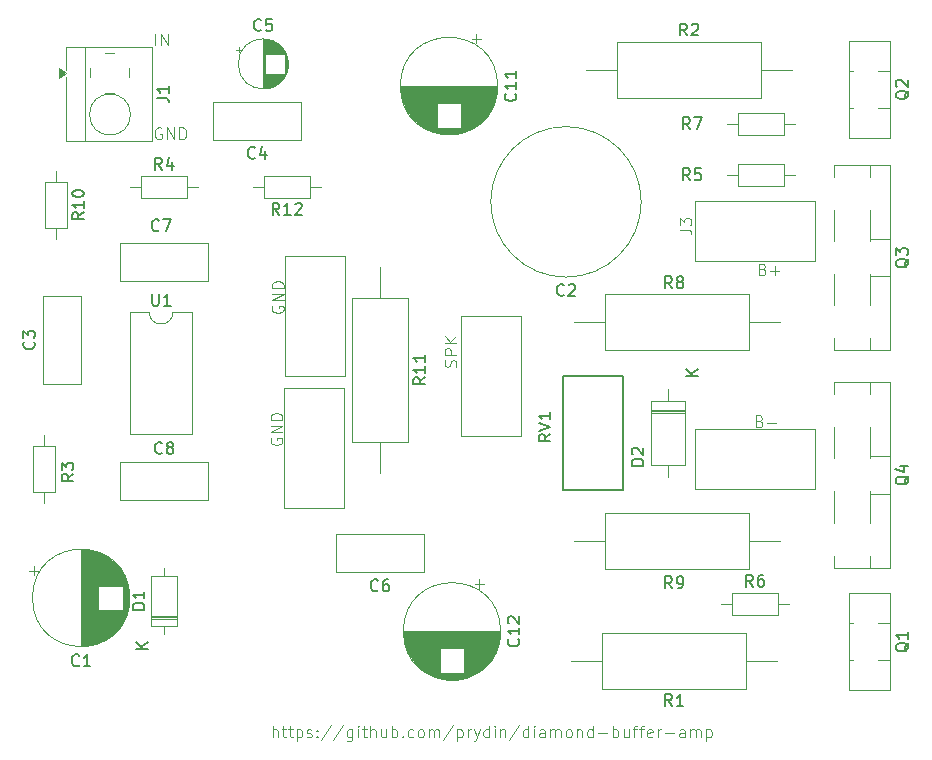
<source format=gbr>
%TF.GenerationSoftware,KiCad,Pcbnew,9.0.0*%
%TF.CreationDate,2025-04-03T19:27:17-04:00*%
%TF.ProjectId,diamond,6469616d-6f6e-4642-9e6b-696361645f70,rev?*%
%TF.SameCoordinates,Original*%
%TF.FileFunction,Legend,Top*%
%TF.FilePolarity,Positive*%
%FSLAX46Y46*%
G04 Gerber Fmt 4.6, Leading zero omitted, Abs format (unit mm)*
G04 Created by KiCad (PCBNEW 9.0.0) date 2025-04-03 19:27:17*
%MOMM*%
%LPD*%
G01*
G04 APERTURE LIST*
%ADD10C,0.100000*%
%ADD11C,0.150000*%
%ADD12C,0.120000*%
%ADD13C,0.127000*%
G04 APERTURE END LIST*
D10*
X121448038Y-76642306D02*
X121400419Y-76737544D01*
X121400419Y-76737544D02*
X121400419Y-76880401D01*
X121400419Y-76880401D02*
X121448038Y-77023258D01*
X121448038Y-77023258D02*
X121543276Y-77118496D01*
X121543276Y-77118496D02*
X121638514Y-77166115D01*
X121638514Y-77166115D02*
X121828990Y-77213734D01*
X121828990Y-77213734D02*
X121971847Y-77213734D01*
X121971847Y-77213734D02*
X122162323Y-77166115D01*
X122162323Y-77166115D02*
X122257561Y-77118496D01*
X122257561Y-77118496D02*
X122352800Y-77023258D01*
X122352800Y-77023258D02*
X122400419Y-76880401D01*
X122400419Y-76880401D02*
X122400419Y-76785163D01*
X122400419Y-76785163D02*
X122352800Y-76642306D01*
X122352800Y-76642306D02*
X122305180Y-76594687D01*
X122305180Y-76594687D02*
X121971847Y-76594687D01*
X121971847Y-76594687D02*
X121971847Y-76785163D01*
X122400419Y-76166115D02*
X121400419Y-76166115D01*
X121400419Y-76166115D02*
X122400419Y-75594687D01*
X122400419Y-75594687D02*
X121400419Y-75594687D01*
X122400419Y-75118496D02*
X121400419Y-75118496D01*
X121400419Y-75118496D02*
X121400419Y-74880401D01*
X121400419Y-74880401D02*
X121448038Y-74737544D01*
X121448038Y-74737544D02*
X121543276Y-74642306D01*
X121543276Y-74642306D02*
X121638514Y-74594687D01*
X121638514Y-74594687D02*
X121828990Y-74547068D01*
X121828990Y-74547068D02*
X121971847Y-74547068D01*
X121971847Y-74547068D02*
X122162323Y-74594687D01*
X122162323Y-74594687D02*
X122257561Y-74642306D01*
X122257561Y-74642306D02*
X122352800Y-74737544D01*
X122352800Y-74737544D02*
X122400419Y-74880401D01*
X122400419Y-74880401D02*
X122400419Y-75118496D01*
X162689217Y-86370609D02*
X162832074Y-86418228D01*
X162832074Y-86418228D02*
X162879693Y-86465847D01*
X162879693Y-86465847D02*
X162927312Y-86561085D01*
X162927312Y-86561085D02*
X162927312Y-86703942D01*
X162927312Y-86703942D02*
X162879693Y-86799180D01*
X162879693Y-86799180D02*
X162832074Y-86846800D01*
X162832074Y-86846800D02*
X162736836Y-86894419D01*
X162736836Y-86894419D02*
X162355884Y-86894419D01*
X162355884Y-86894419D02*
X162355884Y-85894419D01*
X162355884Y-85894419D02*
X162689217Y-85894419D01*
X162689217Y-85894419D02*
X162784455Y-85942038D01*
X162784455Y-85942038D02*
X162832074Y-85989657D01*
X162832074Y-85989657D02*
X162879693Y-86084895D01*
X162879693Y-86084895D02*
X162879693Y-86180133D01*
X162879693Y-86180133D02*
X162832074Y-86275371D01*
X162832074Y-86275371D02*
X162784455Y-86322990D01*
X162784455Y-86322990D02*
X162689217Y-86370609D01*
X162689217Y-86370609D02*
X162355884Y-86370609D01*
X163355884Y-86513466D02*
X164117789Y-86513466D01*
X121461884Y-113156419D02*
X121461884Y-112156419D01*
X121890455Y-113156419D02*
X121890455Y-112632609D01*
X121890455Y-112632609D02*
X121842836Y-112537371D01*
X121842836Y-112537371D02*
X121747598Y-112489752D01*
X121747598Y-112489752D02*
X121604741Y-112489752D01*
X121604741Y-112489752D02*
X121509503Y-112537371D01*
X121509503Y-112537371D02*
X121461884Y-112584990D01*
X122223789Y-112489752D02*
X122604741Y-112489752D01*
X122366646Y-112156419D02*
X122366646Y-113013561D01*
X122366646Y-113013561D02*
X122414265Y-113108800D01*
X122414265Y-113108800D02*
X122509503Y-113156419D01*
X122509503Y-113156419D02*
X122604741Y-113156419D01*
X122795218Y-112489752D02*
X123176170Y-112489752D01*
X122938075Y-112156419D02*
X122938075Y-113013561D01*
X122938075Y-113013561D02*
X122985694Y-113108800D01*
X122985694Y-113108800D02*
X123080932Y-113156419D01*
X123080932Y-113156419D02*
X123176170Y-113156419D01*
X123509504Y-112489752D02*
X123509504Y-113489752D01*
X123509504Y-112537371D02*
X123604742Y-112489752D01*
X123604742Y-112489752D02*
X123795218Y-112489752D01*
X123795218Y-112489752D02*
X123890456Y-112537371D01*
X123890456Y-112537371D02*
X123938075Y-112584990D01*
X123938075Y-112584990D02*
X123985694Y-112680228D01*
X123985694Y-112680228D02*
X123985694Y-112965942D01*
X123985694Y-112965942D02*
X123938075Y-113061180D01*
X123938075Y-113061180D02*
X123890456Y-113108800D01*
X123890456Y-113108800D02*
X123795218Y-113156419D01*
X123795218Y-113156419D02*
X123604742Y-113156419D01*
X123604742Y-113156419D02*
X123509504Y-113108800D01*
X124366647Y-113108800D02*
X124461885Y-113156419D01*
X124461885Y-113156419D02*
X124652361Y-113156419D01*
X124652361Y-113156419D02*
X124747599Y-113108800D01*
X124747599Y-113108800D02*
X124795218Y-113013561D01*
X124795218Y-113013561D02*
X124795218Y-112965942D01*
X124795218Y-112965942D02*
X124747599Y-112870704D01*
X124747599Y-112870704D02*
X124652361Y-112823085D01*
X124652361Y-112823085D02*
X124509504Y-112823085D01*
X124509504Y-112823085D02*
X124414266Y-112775466D01*
X124414266Y-112775466D02*
X124366647Y-112680228D01*
X124366647Y-112680228D02*
X124366647Y-112632609D01*
X124366647Y-112632609D02*
X124414266Y-112537371D01*
X124414266Y-112537371D02*
X124509504Y-112489752D01*
X124509504Y-112489752D02*
X124652361Y-112489752D01*
X124652361Y-112489752D02*
X124747599Y-112537371D01*
X125223790Y-113061180D02*
X125271409Y-113108800D01*
X125271409Y-113108800D02*
X125223790Y-113156419D01*
X125223790Y-113156419D02*
X125176171Y-113108800D01*
X125176171Y-113108800D02*
X125223790Y-113061180D01*
X125223790Y-113061180D02*
X125223790Y-113156419D01*
X125223790Y-112537371D02*
X125271409Y-112584990D01*
X125271409Y-112584990D02*
X125223790Y-112632609D01*
X125223790Y-112632609D02*
X125176171Y-112584990D01*
X125176171Y-112584990D02*
X125223790Y-112537371D01*
X125223790Y-112537371D02*
X125223790Y-112632609D01*
X126414265Y-112108800D02*
X125557123Y-113394514D01*
X127461884Y-112108800D02*
X126604742Y-113394514D01*
X128223789Y-112489752D02*
X128223789Y-113299276D01*
X128223789Y-113299276D02*
X128176170Y-113394514D01*
X128176170Y-113394514D02*
X128128551Y-113442133D01*
X128128551Y-113442133D02*
X128033313Y-113489752D01*
X128033313Y-113489752D02*
X127890456Y-113489752D01*
X127890456Y-113489752D02*
X127795218Y-113442133D01*
X128223789Y-113108800D02*
X128128551Y-113156419D01*
X128128551Y-113156419D02*
X127938075Y-113156419D01*
X127938075Y-113156419D02*
X127842837Y-113108800D01*
X127842837Y-113108800D02*
X127795218Y-113061180D01*
X127795218Y-113061180D02*
X127747599Y-112965942D01*
X127747599Y-112965942D02*
X127747599Y-112680228D01*
X127747599Y-112680228D02*
X127795218Y-112584990D01*
X127795218Y-112584990D02*
X127842837Y-112537371D01*
X127842837Y-112537371D02*
X127938075Y-112489752D01*
X127938075Y-112489752D02*
X128128551Y-112489752D01*
X128128551Y-112489752D02*
X128223789Y-112537371D01*
X128699980Y-113156419D02*
X128699980Y-112489752D01*
X128699980Y-112156419D02*
X128652361Y-112204038D01*
X128652361Y-112204038D02*
X128699980Y-112251657D01*
X128699980Y-112251657D02*
X128747599Y-112204038D01*
X128747599Y-112204038D02*
X128699980Y-112156419D01*
X128699980Y-112156419D02*
X128699980Y-112251657D01*
X129033313Y-112489752D02*
X129414265Y-112489752D01*
X129176170Y-112156419D02*
X129176170Y-113013561D01*
X129176170Y-113013561D02*
X129223789Y-113108800D01*
X129223789Y-113108800D02*
X129319027Y-113156419D01*
X129319027Y-113156419D02*
X129414265Y-113156419D01*
X129747599Y-113156419D02*
X129747599Y-112156419D01*
X130176170Y-113156419D02*
X130176170Y-112632609D01*
X130176170Y-112632609D02*
X130128551Y-112537371D01*
X130128551Y-112537371D02*
X130033313Y-112489752D01*
X130033313Y-112489752D02*
X129890456Y-112489752D01*
X129890456Y-112489752D02*
X129795218Y-112537371D01*
X129795218Y-112537371D02*
X129747599Y-112584990D01*
X131080932Y-112489752D02*
X131080932Y-113156419D01*
X130652361Y-112489752D02*
X130652361Y-113013561D01*
X130652361Y-113013561D02*
X130699980Y-113108800D01*
X130699980Y-113108800D02*
X130795218Y-113156419D01*
X130795218Y-113156419D02*
X130938075Y-113156419D01*
X130938075Y-113156419D02*
X131033313Y-113108800D01*
X131033313Y-113108800D02*
X131080932Y-113061180D01*
X131557123Y-113156419D02*
X131557123Y-112156419D01*
X131557123Y-112537371D02*
X131652361Y-112489752D01*
X131652361Y-112489752D02*
X131842837Y-112489752D01*
X131842837Y-112489752D02*
X131938075Y-112537371D01*
X131938075Y-112537371D02*
X131985694Y-112584990D01*
X131985694Y-112584990D02*
X132033313Y-112680228D01*
X132033313Y-112680228D02*
X132033313Y-112965942D01*
X132033313Y-112965942D02*
X131985694Y-113061180D01*
X131985694Y-113061180D02*
X131938075Y-113108800D01*
X131938075Y-113108800D02*
X131842837Y-113156419D01*
X131842837Y-113156419D02*
X131652361Y-113156419D01*
X131652361Y-113156419D02*
X131557123Y-113108800D01*
X132461885Y-113061180D02*
X132509504Y-113108800D01*
X132509504Y-113108800D02*
X132461885Y-113156419D01*
X132461885Y-113156419D02*
X132414266Y-113108800D01*
X132414266Y-113108800D02*
X132461885Y-113061180D01*
X132461885Y-113061180D02*
X132461885Y-113156419D01*
X133366646Y-113108800D02*
X133271408Y-113156419D01*
X133271408Y-113156419D02*
X133080932Y-113156419D01*
X133080932Y-113156419D02*
X132985694Y-113108800D01*
X132985694Y-113108800D02*
X132938075Y-113061180D01*
X132938075Y-113061180D02*
X132890456Y-112965942D01*
X132890456Y-112965942D02*
X132890456Y-112680228D01*
X132890456Y-112680228D02*
X132938075Y-112584990D01*
X132938075Y-112584990D02*
X132985694Y-112537371D01*
X132985694Y-112537371D02*
X133080932Y-112489752D01*
X133080932Y-112489752D02*
X133271408Y-112489752D01*
X133271408Y-112489752D02*
X133366646Y-112537371D01*
X133938075Y-113156419D02*
X133842837Y-113108800D01*
X133842837Y-113108800D02*
X133795218Y-113061180D01*
X133795218Y-113061180D02*
X133747599Y-112965942D01*
X133747599Y-112965942D02*
X133747599Y-112680228D01*
X133747599Y-112680228D02*
X133795218Y-112584990D01*
X133795218Y-112584990D02*
X133842837Y-112537371D01*
X133842837Y-112537371D02*
X133938075Y-112489752D01*
X133938075Y-112489752D02*
X134080932Y-112489752D01*
X134080932Y-112489752D02*
X134176170Y-112537371D01*
X134176170Y-112537371D02*
X134223789Y-112584990D01*
X134223789Y-112584990D02*
X134271408Y-112680228D01*
X134271408Y-112680228D02*
X134271408Y-112965942D01*
X134271408Y-112965942D02*
X134223789Y-113061180D01*
X134223789Y-113061180D02*
X134176170Y-113108800D01*
X134176170Y-113108800D02*
X134080932Y-113156419D01*
X134080932Y-113156419D02*
X133938075Y-113156419D01*
X134699980Y-113156419D02*
X134699980Y-112489752D01*
X134699980Y-112584990D02*
X134747599Y-112537371D01*
X134747599Y-112537371D02*
X134842837Y-112489752D01*
X134842837Y-112489752D02*
X134985694Y-112489752D01*
X134985694Y-112489752D02*
X135080932Y-112537371D01*
X135080932Y-112537371D02*
X135128551Y-112632609D01*
X135128551Y-112632609D02*
X135128551Y-113156419D01*
X135128551Y-112632609D02*
X135176170Y-112537371D01*
X135176170Y-112537371D02*
X135271408Y-112489752D01*
X135271408Y-112489752D02*
X135414265Y-112489752D01*
X135414265Y-112489752D02*
X135509504Y-112537371D01*
X135509504Y-112537371D02*
X135557123Y-112632609D01*
X135557123Y-112632609D02*
X135557123Y-113156419D01*
X136747598Y-112108800D02*
X135890456Y-113394514D01*
X137080932Y-112489752D02*
X137080932Y-113489752D01*
X137080932Y-112537371D02*
X137176170Y-112489752D01*
X137176170Y-112489752D02*
X137366646Y-112489752D01*
X137366646Y-112489752D02*
X137461884Y-112537371D01*
X137461884Y-112537371D02*
X137509503Y-112584990D01*
X137509503Y-112584990D02*
X137557122Y-112680228D01*
X137557122Y-112680228D02*
X137557122Y-112965942D01*
X137557122Y-112965942D02*
X137509503Y-113061180D01*
X137509503Y-113061180D02*
X137461884Y-113108800D01*
X137461884Y-113108800D02*
X137366646Y-113156419D01*
X137366646Y-113156419D02*
X137176170Y-113156419D01*
X137176170Y-113156419D02*
X137080932Y-113108800D01*
X137985694Y-113156419D02*
X137985694Y-112489752D01*
X137985694Y-112680228D02*
X138033313Y-112584990D01*
X138033313Y-112584990D02*
X138080932Y-112537371D01*
X138080932Y-112537371D02*
X138176170Y-112489752D01*
X138176170Y-112489752D02*
X138271408Y-112489752D01*
X138509504Y-112489752D02*
X138747599Y-113156419D01*
X138985694Y-112489752D02*
X138747599Y-113156419D01*
X138747599Y-113156419D02*
X138652361Y-113394514D01*
X138652361Y-113394514D02*
X138604742Y-113442133D01*
X138604742Y-113442133D02*
X138509504Y-113489752D01*
X139795218Y-113156419D02*
X139795218Y-112156419D01*
X139795218Y-113108800D02*
X139699980Y-113156419D01*
X139699980Y-113156419D02*
X139509504Y-113156419D01*
X139509504Y-113156419D02*
X139414266Y-113108800D01*
X139414266Y-113108800D02*
X139366647Y-113061180D01*
X139366647Y-113061180D02*
X139319028Y-112965942D01*
X139319028Y-112965942D02*
X139319028Y-112680228D01*
X139319028Y-112680228D02*
X139366647Y-112584990D01*
X139366647Y-112584990D02*
X139414266Y-112537371D01*
X139414266Y-112537371D02*
X139509504Y-112489752D01*
X139509504Y-112489752D02*
X139699980Y-112489752D01*
X139699980Y-112489752D02*
X139795218Y-112537371D01*
X140271409Y-113156419D02*
X140271409Y-112489752D01*
X140271409Y-112156419D02*
X140223790Y-112204038D01*
X140223790Y-112204038D02*
X140271409Y-112251657D01*
X140271409Y-112251657D02*
X140319028Y-112204038D01*
X140319028Y-112204038D02*
X140271409Y-112156419D01*
X140271409Y-112156419D02*
X140271409Y-112251657D01*
X140747599Y-112489752D02*
X140747599Y-113156419D01*
X140747599Y-112584990D02*
X140795218Y-112537371D01*
X140795218Y-112537371D02*
X140890456Y-112489752D01*
X140890456Y-112489752D02*
X141033313Y-112489752D01*
X141033313Y-112489752D02*
X141128551Y-112537371D01*
X141128551Y-112537371D02*
X141176170Y-112632609D01*
X141176170Y-112632609D02*
X141176170Y-113156419D01*
X142366646Y-112108800D02*
X141509504Y-113394514D01*
X143128551Y-113156419D02*
X143128551Y-112156419D01*
X143128551Y-113108800D02*
X143033313Y-113156419D01*
X143033313Y-113156419D02*
X142842837Y-113156419D01*
X142842837Y-113156419D02*
X142747599Y-113108800D01*
X142747599Y-113108800D02*
X142699980Y-113061180D01*
X142699980Y-113061180D02*
X142652361Y-112965942D01*
X142652361Y-112965942D02*
X142652361Y-112680228D01*
X142652361Y-112680228D02*
X142699980Y-112584990D01*
X142699980Y-112584990D02*
X142747599Y-112537371D01*
X142747599Y-112537371D02*
X142842837Y-112489752D01*
X142842837Y-112489752D02*
X143033313Y-112489752D01*
X143033313Y-112489752D02*
X143128551Y-112537371D01*
X143604742Y-113156419D02*
X143604742Y-112489752D01*
X143604742Y-112156419D02*
X143557123Y-112204038D01*
X143557123Y-112204038D02*
X143604742Y-112251657D01*
X143604742Y-112251657D02*
X143652361Y-112204038D01*
X143652361Y-112204038D02*
X143604742Y-112156419D01*
X143604742Y-112156419D02*
X143604742Y-112251657D01*
X144509503Y-113156419D02*
X144509503Y-112632609D01*
X144509503Y-112632609D02*
X144461884Y-112537371D01*
X144461884Y-112537371D02*
X144366646Y-112489752D01*
X144366646Y-112489752D02*
X144176170Y-112489752D01*
X144176170Y-112489752D02*
X144080932Y-112537371D01*
X144509503Y-113108800D02*
X144414265Y-113156419D01*
X144414265Y-113156419D02*
X144176170Y-113156419D01*
X144176170Y-113156419D02*
X144080932Y-113108800D01*
X144080932Y-113108800D02*
X144033313Y-113013561D01*
X144033313Y-113013561D02*
X144033313Y-112918323D01*
X144033313Y-112918323D02*
X144080932Y-112823085D01*
X144080932Y-112823085D02*
X144176170Y-112775466D01*
X144176170Y-112775466D02*
X144414265Y-112775466D01*
X144414265Y-112775466D02*
X144509503Y-112727847D01*
X144985694Y-113156419D02*
X144985694Y-112489752D01*
X144985694Y-112584990D02*
X145033313Y-112537371D01*
X145033313Y-112537371D02*
X145128551Y-112489752D01*
X145128551Y-112489752D02*
X145271408Y-112489752D01*
X145271408Y-112489752D02*
X145366646Y-112537371D01*
X145366646Y-112537371D02*
X145414265Y-112632609D01*
X145414265Y-112632609D02*
X145414265Y-113156419D01*
X145414265Y-112632609D02*
X145461884Y-112537371D01*
X145461884Y-112537371D02*
X145557122Y-112489752D01*
X145557122Y-112489752D02*
X145699979Y-112489752D01*
X145699979Y-112489752D02*
X145795218Y-112537371D01*
X145795218Y-112537371D02*
X145842837Y-112632609D01*
X145842837Y-112632609D02*
X145842837Y-113156419D01*
X146461884Y-113156419D02*
X146366646Y-113108800D01*
X146366646Y-113108800D02*
X146319027Y-113061180D01*
X146319027Y-113061180D02*
X146271408Y-112965942D01*
X146271408Y-112965942D02*
X146271408Y-112680228D01*
X146271408Y-112680228D02*
X146319027Y-112584990D01*
X146319027Y-112584990D02*
X146366646Y-112537371D01*
X146366646Y-112537371D02*
X146461884Y-112489752D01*
X146461884Y-112489752D02*
X146604741Y-112489752D01*
X146604741Y-112489752D02*
X146699979Y-112537371D01*
X146699979Y-112537371D02*
X146747598Y-112584990D01*
X146747598Y-112584990D02*
X146795217Y-112680228D01*
X146795217Y-112680228D02*
X146795217Y-112965942D01*
X146795217Y-112965942D02*
X146747598Y-113061180D01*
X146747598Y-113061180D02*
X146699979Y-113108800D01*
X146699979Y-113108800D02*
X146604741Y-113156419D01*
X146604741Y-113156419D02*
X146461884Y-113156419D01*
X147223789Y-112489752D02*
X147223789Y-113156419D01*
X147223789Y-112584990D02*
X147271408Y-112537371D01*
X147271408Y-112537371D02*
X147366646Y-112489752D01*
X147366646Y-112489752D02*
X147509503Y-112489752D01*
X147509503Y-112489752D02*
X147604741Y-112537371D01*
X147604741Y-112537371D02*
X147652360Y-112632609D01*
X147652360Y-112632609D02*
X147652360Y-113156419D01*
X148557122Y-113156419D02*
X148557122Y-112156419D01*
X148557122Y-113108800D02*
X148461884Y-113156419D01*
X148461884Y-113156419D02*
X148271408Y-113156419D01*
X148271408Y-113156419D02*
X148176170Y-113108800D01*
X148176170Y-113108800D02*
X148128551Y-113061180D01*
X148128551Y-113061180D02*
X148080932Y-112965942D01*
X148080932Y-112965942D02*
X148080932Y-112680228D01*
X148080932Y-112680228D02*
X148128551Y-112584990D01*
X148128551Y-112584990D02*
X148176170Y-112537371D01*
X148176170Y-112537371D02*
X148271408Y-112489752D01*
X148271408Y-112489752D02*
X148461884Y-112489752D01*
X148461884Y-112489752D02*
X148557122Y-112537371D01*
X149033313Y-112775466D02*
X149795218Y-112775466D01*
X150271408Y-113156419D02*
X150271408Y-112156419D01*
X150271408Y-112537371D02*
X150366646Y-112489752D01*
X150366646Y-112489752D02*
X150557122Y-112489752D01*
X150557122Y-112489752D02*
X150652360Y-112537371D01*
X150652360Y-112537371D02*
X150699979Y-112584990D01*
X150699979Y-112584990D02*
X150747598Y-112680228D01*
X150747598Y-112680228D02*
X150747598Y-112965942D01*
X150747598Y-112965942D02*
X150699979Y-113061180D01*
X150699979Y-113061180D02*
X150652360Y-113108800D01*
X150652360Y-113108800D02*
X150557122Y-113156419D01*
X150557122Y-113156419D02*
X150366646Y-113156419D01*
X150366646Y-113156419D02*
X150271408Y-113108800D01*
X151604741Y-112489752D02*
X151604741Y-113156419D01*
X151176170Y-112489752D02*
X151176170Y-113013561D01*
X151176170Y-113013561D02*
X151223789Y-113108800D01*
X151223789Y-113108800D02*
X151319027Y-113156419D01*
X151319027Y-113156419D02*
X151461884Y-113156419D01*
X151461884Y-113156419D02*
X151557122Y-113108800D01*
X151557122Y-113108800D02*
X151604741Y-113061180D01*
X151938075Y-112489752D02*
X152319027Y-112489752D01*
X152080932Y-113156419D02*
X152080932Y-112299276D01*
X152080932Y-112299276D02*
X152128551Y-112204038D01*
X152128551Y-112204038D02*
X152223789Y-112156419D01*
X152223789Y-112156419D02*
X152319027Y-112156419D01*
X152509504Y-112489752D02*
X152890456Y-112489752D01*
X152652361Y-113156419D02*
X152652361Y-112299276D01*
X152652361Y-112299276D02*
X152699980Y-112204038D01*
X152699980Y-112204038D02*
X152795218Y-112156419D01*
X152795218Y-112156419D02*
X152890456Y-112156419D01*
X153604742Y-113108800D02*
X153509504Y-113156419D01*
X153509504Y-113156419D02*
X153319028Y-113156419D01*
X153319028Y-113156419D02*
X153223790Y-113108800D01*
X153223790Y-113108800D02*
X153176171Y-113013561D01*
X153176171Y-113013561D02*
X153176171Y-112632609D01*
X153176171Y-112632609D02*
X153223790Y-112537371D01*
X153223790Y-112537371D02*
X153319028Y-112489752D01*
X153319028Y-112489752D02*
X153509504Y-112489752D01*
X153509504Y-112489752D02*
X153604742Y-112537371D01*
X153604742Y-112537371D02*
X153652361Y-112632609D01*
X153652361Y-112632609D02*
X153652361Y-112727847D01*
X153652361Y-112727847D02*
X153176171Y-112823085D01*
X154080933Y-113156419D02*
X154080933Y-112489752D01*
X154080933Y-112680228D02*
X154128552Y-112584990D01*
X154128552Y-112584990D02*
X154176171Y-112537371D01*
X154176171Y-112537371D02*
X154271409Y-112489752D01*
X154271409Y-112489752D02*
X154366647Y-112489752D01*
X154699981Y-112775466D02*
X155461886Y-112775466D01*
X156366647Y-113156419D02*
X156366647Y-112632609D01*
X156366647Y-112632609D02*
X156319028Y-112537371D01*
X156319028Y-112537371D02*
X156223790Y-112489752D01*
X156223790Y-112489752D02*
X156033314Y-112489752D01*
X156033314Y-112489752D02*
X155938076Y-112537371D01*
X156366647Y-113108800D02*
X156271409Y-113156419D01*
X156271409Y-113156419D02*
X156033314Y-113156419D01*
X156033314Y-113156419D02*
X155938076Y-113108800D01*
X155938076Y-113108800D02*
X155890457Y-113013561D01*
X155890457Y-113013561D02*
X155890457Y-112918323D01*
X155890457Y-112918323D02*
X155938076Y-112823085D01*
X155938076Y-112823085D02*
X156033314Y-112775466D01*
X156033314Y-112775466D02*
X156271409Y-112775466D01*
X156271409Y-112775466D02*
X156366647Y-112727847D01*
X156842838Y-113156419D02*
X156842838Y-112489752D01*
X156842838Y-112584990D02*
X156890457Y-112537371D01*
X156890457Y-112537371D02*
X156985695Y-112489752D01*
X156985695Y-112489752D02*
X157128552Y-112489752D01*
X157128552Y-112489752D02*
X157223790Y-112537371D01*
X157223790Y-112537371D02*
X157271409Y-112632609D01*
X157271409Y-112632609D02*
X157271409Y-113156419D01*
X157271409Y-112632609D02*
X157319028Y-112537371D01*
X157319028Y-112537371D02*
X157414266Y-112489752D01*
X157414266Y-112489752D02*
X157557123Y-112489752D01*
X157557123Y-112489752D02*
X157652362Y-112537371D01*
X157652362Y-112537371D02*
X157699981Y-112632609D01*
X157699981Y-112632609D02*
X157699981Y-113156419D01*
X158176171Y-112489752D02*
X158176171Y-113489752D01*
X158176171Y-112537371D02*
X158271409Y-112489752D01*
X158271409Y-112489752D02*
X158461885Y-112489752D01*
X158461885Y-112489752D02*
X158557123Y-112537371D01*
X158557123Y-112537371D02*
X158604742Y-112584990D01*
X158604742Y-112584990D02*
X158652361Y-112680228D01*
X158652361Y-112680228D02*
X158652361Y-112965942D01*
X158652361Y-112965942D02*
X158604742Y-113061180D01*
X158604742Y-113061180D02*
X158557123Y-113108800D01*
X158557123Y-113108800D02*
X158461885Y-113156419D01*
X158461885Y-113156419D02*
X158271409Y-113156419D01*
X158271409Y-113156419D02*
X158176171Y-113108800D01*
X111519884Y-54576419D02*
X111519884Y-53576419D01*
X111996074Y-54576419D02*
X111996074Y-53576419D01*
X111996074Y-53576419D02*
X112567502Y-54576419D01*
X112567502Y-54576419D02*
X112567502Y-53576419D01*
X121348038Y-87818306D02*
X121300419Y-87913544D01*
X121300419Y-87913544D02*
X121300419Y-88056401D01*
X121300419Y-88056401D02*
X121348038Y-88199258D01*
X121348038Y-88199258D02*
X121443276Y-88294496D01*
X121443276Y-88294496D02*
X121538514Y-88342115D01*
X121538514Y-88342115D02*
X121728990Y-88389734D01*
X121728990Y-88389734D02*
X121871847Y-88389734D01*
X121871847Y-88389734D02*
X122062323Y-88342115D01*
X122062323Y-88342115D02*
X122157561Y-88294496D01*
X122157561Y-88294496D02*
X122252800Y-88199258D01*
X122252800Y-88199258D02*
X122300419Y-88056401D01*
X122300419Y-88056401D02*
X122300419Y-87961163D01*
X122300419Y-87961163D02*
X122252800Y-87818306D01*
X122252800Y-87818306D02*
X122205180Y-87770687D01*
X122205180Y-87770687D02*
X121871847Y-87770687D01*
X121871847Y-87770687D02*
X121871847Y-87961163D01*
X122300419Y-87342115D02*
X121300419Y-87342115D01*
X121300419Y-87342115D02*
X122300419Y-86770687D01*
X122300419Y-86770687D02*
X121300419Y-86770687D01*
X122300419Y-86294496D02*
X121300419Y-86294496D01*
X121300419Y-86294496D02*
X121300419Y-86056401D01*
X121300419Y-86056401D02*
X121348038Y-85913544D01*
X121348038Y-85913544D02*
X121443276Y-85818306D01*
X121443276Y-85818306D02*
X121538514Y-85770687D01*
X121538514Y-85770687D02*
X121728990Y-85723068D01*
X121728990Y-85723068D02*
X121871847Y-85723068D01*
X121871847Y-85723068D02*
X122062323Y-85770687D01*
X122062323Y-85770687D02*
X122157561Y-85818306D01*
X122157561Y-85818306D02*
X122252800Y-85913544D01*
X122252800Y-85913544D02*
X122300419Y-86056401D01*
X122300419Y-86056401D02*
X122300419Y-86294496D01*
X112043693Y-61564038D02*
X111948455Y-61516419D01*
X111948455Y-61516419D02*
X111805598Y-61516419D01*
X111805598Y-61516419D02*
X111662741Y-61564038D01*
X111662741Y-61564038D02*
X111567503Y-61659276D01*
X111567503Y-61659276D02*
X111519884Y-61754514D01*
X111519884Y-61754514D02*
X111472265Y-61944990D01*
X111472265Y-61944990D02*
X111472265Y-62087847D01*
X111472265Y-62087847D02*
X111519884Y-62278323D01*
X111519884Y-62278323D02*
X111567503Y-62373561D01*
X111567503Y-62373561D02*
X111662741Y-62468800D01*
X111662741Y-62468800D02*
X111805598Y-62516419D01*
X111805598Y-62516419D02*
X111900836Y-62516419D01*
X111900836Y-62516419D02*
X112043693Y-62468800D01*
X112043693Y-62468800D02*
X112091312Y-62421180D01*
X112091312Y-62421180D02*
X112091312Y-62087847D01*
X112091312Y-62087847D02*
X111900836Y-62087847D01*
X112519884Y-62516419D02*
X112519884Y-61516419D01*
X112519884Y-61516419D02*
X113091312Y-62516419D01*
X113091312Y-62516419D02*
X113091312Y-61516419D01*
X113567503Y-62516419D02*
X113567503Y-61516419D01*
X113567503Y-61516419D02*
X113805598Y-61516419D01*
X113805598Y-61516419D02*
X113948455Y-61564038D01*
X113948455Y-61564038D02*
X114043693Y-61659276D01*
X114043693Y-61659276D02*
X114091312Y-61754514D01*
X114091312Y-61754514D02*
X114138931Y-61944990D01*
X114138931Y-61944990D02*
X114138931Y-62087847D01*
X114138931Y-62087847D02*
X114091312Y-62278323D01*
X114091312Y-62278323D02*
X114043693Y-62373561D01*
X114043693Y-62373561D02*
X113948455Y-62468800D01*
X113948455Y-62468800D02*
X113805598Y-62516419D01*
X113805598Y-62516419D02*
X113567503Y-62516419D01*
X162943217Y-73516609D02*
X163086074Y-73564228D01*
X163086074Y-73564228D02*
X163133693Y-73611847D01*
X163133693Y-73611847D02*
X163181312Y-73707085D01*
X163181312Y-73707085D02*
X163181312Y-73849942D01*
X163181312Y-73849942D02*
X163133693Y-73945180D01*
X163133693Y-73945180D02*
X163086074Y-73992800D01*
X163086074Y-73992800D02*
X162990836Y-74040419D01*
X162990836Y-74040419D02*
X162609884Y-74040419D01*
X162609884Y-74040419D02*
X162609884Y-73040419D01*
X162609884Y-73040419D02*
X162943217Y-73040419D01*
X162943217Y-73040419D02*
X163038455Y-73088038D01*
X163038455Y-73088038D02*
X163086074Y-73135657D01*
X163086074Y-73135657D02*
X163133693Y-73230895D01*
X163133693Y-73230895D02*
X163133693Y-73326133D01*
X163133693Y-73326133D02*
X163086074Y-73421371D01*
X163086074Y-73421371D02*
X163038455Y-73468990D01*
X163038455Y-73468990D02*
X162943217Y-73516609D01*
X162943217Y-73516609D02*
X162609884Y-73516609D01*
X163609884Y-73659466D02*
X164371789Y-73659466D01*
X163990836Y-74040419D02*
X163990836Y-73278514D01*
X136984800Y-81785734D02*
X137032419Y-81642877D01*
X137032419Y-81642877D02*
X137032419Y-81404782D01*
X137032419Y-81404782D02*
X136984800Y-81309544D01*
X136984800Y-81309544D02*
X136937180Y-81261925D01*
X136937180Y-81261925D02*
X136841942Y-81214306D01*
X136841942Y-81214306D02*
X136746704Y-81214306D01*
X136746704Y-81214306D02*
X136651466Y-81261925D01*
X136651466Y-81261925D02*
X136603847Y-81309544D01*
X136603847Y-81309544D02*
X136556228Y-81404782D01*
X136556228Y-81404782D02*
X136508609Y-81595258D01*
X136508609Y-81595258D02*
X136460990Y-81690496D01*
X136460990Y-81690496D02*
X136413371Y-81738115D01*
X136413371Y-81738115D02*
X136318133Y-81785734D01*
X136318133Y-81785734D02*
X136222895Y-81785734D01*
X136222895Y-81785734D02*
X136127657Y-81738115D01*
X136127657Y-81738115D02*
X136080038Y-81690496D01*
X136080038Y-81690496D02*
X136032419Y-81595258D01*
X136032419Y-81595258D02*
X136032419Y-81357163D01*
X136032419Y-81357163D02*
X136080038Y-81214306D01*
X137032419Y-80785734D02*
X136032419Y-80785734D01*
X136032419Y-80785734D02*
X136032419Y-80404782D01*
X136032419Y-80404782D02*
X136080038Y-80309544D01*
X136080038Y-80309544D02*
X136127657Y-80261925D01*
X136127657Y-80261925D02*
X136222895Y-80214306D01*
X136222895Y-80214306D02*
X136365752Y-80214306D01*
X136365752Y-80214306D02*
X136460990Y-80261925D01*
X136460990Y-80261925D02*
X136508609Y-80309544D01*
X136508609Y-80309544D02*
X136556228Y-80404782D01*
X136556228Y-80404782D02*
X136556228Y-80785734D01*
X137032419Y-79785734D02*
X136032419Y-79785734D01*
X137032419Y-79214306D02*
X136460990Y-79642877D01*
X136032419Y-79214306D02*
X136603847Y-79785734D01*
D11*
X110602819Y-102338094D02*
X109602819Y-102338094D01*
X109602819Y-102338094D02*
X109602819Y-102099999D01*
X109602819Y-102099999D02*
X109650438Y-101957142D01*
X109650438Y-101957142D02*
X109745676Y-101861904D01*
X109745676Y-101861904D02*
X109840914Y-101814285D01*
X109840914Y-101814285D02*
X110031390Y-101766666D01*
X110031390Y-101766666D02*
X110174247Y-101766666D01*
X110174247Y-101766666D02*
X110364723Y-101814285D01*
X110364723Y-101814285D02*
X110459961Y-101861904D01*
X110459961Y-101861904D02*
X110555200Y-101957142D01*
X110555200Y-101957142D02*
X110602819Y-102099999D01*
X110602819Y-102099999D02*
X110602819Y-102338094D01*
X110602819Y-100814285D02*
X110602819Y-101385713D01*
X110602819Y-101099999D02*
X109602819Y-101099999D01*
X109602819Y-101099999D02*
X109745676Y-101195237D01*
X109745676Y-101195237D02*
X109840914Y-101290475D01*
X109840914Y-101290475D02*
X109888533Y-101385713D01*
X110922819Y-105671904D02*
X109922819Y-105671904D01*
X110922819Y-105100476D02*
X110351390Y-105529047D01*
X109922819Y-105100476D02*
X110494247Y-105671904D01*
X105086682Y-107039580D02*
X105039063Y-107087200D01*
X105039063Y-107087200D02*
X104896206Y-107134819D01*
X104896206Y-107134819D02*
X104800968Y-107134819D01*
X104800968Y-107134819D02*
X104658111Y-107087200D01*
X104658111Y-107087200D02*
X104562873Y-106991961D01*
X104562873Y-106991961D02*
X104515254Y-106896723D01*
X104515254Y-106896723D02*
X104467635Y-106706247D01*
X104467635Y-106706247D02*
X104467635Y-106563390D01*
X104467635Y-106563390D02*
X104515254Y-106372914D01*
X104515254Y-106372914D02*
X104562873Y-106277676D01*
X104562873Y-106277676D02*
X104658111Y-106182438D01*
X104658111Y-106182438D02*
X104800968Y-106134819D01*
X104800968Y-106134819D02*
X104896206Y-106134819D01*
X104896206Y-106134819D02*
X105039063Y-106182438D01*
X105039063Y-106182438D02*
X105086682Y-106230057D01*
X106039063Y-107134819D02*
X105467635Y-107134819D01*
X105753349Y-107134819D02*
X105753349Y-106134819D01*
X105753349Y-106134819D02*
X105658111Y-106277676D01*
X105658111Y-106277676D02*
X105562873Y-106372914D01*
X105562873Y-106372914D02*
X105467635Y-106420533D01*
X122039142Y-68922819D02*
X121705809Y-68446628D01*
X121467714Y-68922819D02*
X121467714Y-67922819D01*
X121467714Y-67922819D02*
X121848666Y-67922819D01*
X121848666Y-67922819D02*
X121943904Y-67970438D01*
X121943904Y-67970438D02*
X121991523Y-68018057D01*
X121991523Y-68018057D02*
X122039142Y-68113295D01*
X122039142Y-68113295D02*
X122039142Y-68256152D01*
X122039142Y-68256152D02*
X121991523Y-68351390D01*
X121991523Y-68351390D02*
X121943904Y-68399009D01*
X121943904Y-68399009D02*
X121848666Y-68446628D01*
X121848666Y-68446628D02*
X121467714Y-68446628D01*
X122991523Y-68922819D02*
X122420095Y-68922819D01*
X122705809Y-68922819D02*
X122705809Y-67922819D01*
X122705809Y-67922819D02*
X122610571Y-68065676D01*
X122610571Y-68065676D02*
X122515333Y-68160914D01*
X122515333Y-68160914D02*
X122420095Y-68208533D01*
X123372476Y-68018057D02*
X123420095Y-67970438D01*
X123420095Y-67970438D02*
X123515333Y-67922819D01*
X123515333Y-67922819D02*
X123753428Y-67922819D01*
X123753428Y-67922819D02*
X123848666Y-67970438D01*
X123848666Y-67970438D02*
X123896285Y-68018057D01*
X123896285Y-68018057D02*
X123943904Y-68113295D01*
X123943904Y-68113295D02*
X123943904Y-68208533D01*
X123943904Y-68208533D02*
X123896285Y-68351390D01*
X123896285Y-68351390D02*
X123324857Y-68922819D01*
X123324857Y-68922819D02*
X123943904Y-68922819D01*
X120499333Y-53243580D02*
X120451714Y-53291200D01*
X120451714Y-53291200D02*
X120308857Y-53338819D01*
X120308857Y-53338819D02*
X120213619Y-53338819D01*
X120213619Y-53338819D02*
X120070762Y-53291200D01*
X120070762Y-53291200D02*
X119975524Y-53195961D01*
X119975524Y-53195961D02*
X119927905Y-53100723D01*
X119927905Y-53100723D02*
X119880286Y-52910247D01*
X119880286Y-52910247D02*
X119880286Y-52767390D01*
X119880286Y-52767390D02*
X119927905Y-52576914D01*
X119927905Y-52576914D02*
X119975524Y-52481676D01*
X119975524Y-52481676D02*
X120070762Y-52386438D01*
X120070762Y-52386438D02*
X120213619Y-52338819D01*
X120213619Y-52338819D02*
X120308857Y-52338819D01*
X120308857Y-52338819D02*
X120451714Y-52386438D01*
X120451714Y-52386438D02*
X120499333Y-52434057D01*
X121404095Y-52338819D02*
X120927905Y-52338819D01*
X120927905Y-52338819D02*
X120880286Y-52815009D01*
X120880286Y-52815009D02*
X120927905Y-52767390D01*
X120927905Y-52767390D02*
X121023143Y-52719771D01*
X121023143Y-52719771D02*
X121261238Y-52719771D01*
X121261238Y-52719771D02*
X121356476Y-52767390D01*
X121356476Y-52767390D02*
X121404095Y-52815009D01*
X121404095Y-52815009D02*
X121451714Y-52910247D01*
X121451714Y-52910247D02*
X121451714Y-53148342D01*
X121451714Y-53148342D02*
X121404095Y-53243580D01*
X121404095Y-53243580D02*
X121356476Y-53291200D01*
X121356476Y-53291200D02*
X121261238Y-53338819D01*
X121261238Y-53338819D02*
X121023143Y-53338819D01*
X121023143Y-53338819D02*
X120927905Y-53291200D01*
X120927905Y-53291200D02*
X120880286Y-53243580D01*
X162139333Y-100388819D02*
X161806000Y-99912628D01*
X161567905Y-100388819D02*
X161567905Y-99388819D01*
X161567905Y-99388819D02*
X161948857Y-99388819D01*
X161948857Y-99388819D02*
X162044095Y-99436438D01*
X162044095Y-99436438D02*
X162091714Y-99484057D01*
X162091714Y-99484057D02*
X162139333Y-99579295D01*
X162139333Y-99579295D02*
X162139333Y-99722152D01*
X162139333Y-99722152D02*
X162091714Y-99817390D01*
X162091714Y-99817390D02*
X162044095Y-99865009D01*
X162044095Y-99865009D02*
X161948857Y-99912628D01*
X161948857Y-99912628D02*
X161567905Y-99912628D01*
X162996476Y-99388819D02*
X162806000Y-99388819D01*
X162806000Y-99388819D02*
X162710762Y-99436438D01*
X162710762Y-99436438D02*
X162663143Y-99484057D01*
X162663143Y-99484057D02*
X162567905Y-99626914D01*
X162567905Y-99626914D02*
X162520286Y-99817390D01*
X162520286Y-99817390D02*
X162520286Y-100198342D01*
X162520286Y-100198342D02*
X162567905Y-100293580D01*
X162567905Y-100293580D02*
X162615524Y-100341200D01*
X162615524Y-100341200D02*
X162710762Y-100388819D01*
X162710762Y-100388819D02*
X162901238Y-100388819D01*
X162901238Y-100388819D02*
X162996476Y-100341200D01*
X162996476Y-100341200D02*
X163044095Y-100293580D01*
X163044095Y-100293580D02*
X163091714Y-100198342D01*
X163091714Y-100198342D02*
X163091714Y-99960247D01*
X163091714Y-99960247D02*
X163044095Y-99865009D01*
X163044095Y-99865009D02*
X162996476Y-99817390D01*
X162996476Y-99817390D02*
X162901238Y-99769771D01*
X162901238Y-99769771D02*
X162710762Y-99769771D01*
X162710762Y-99769771D02*
X162615524Y-99817390D01*
X162615524Y-99817390D02*
X162567905Y-99865009D01*
X162567905Y-99865009D02*
X162520286Y-99960247D01*
D10*
X155921419Y-70183333D02*
X156635704Y-70183333D01*
X156635704Y-70183333D02*
X156778561Y-70230952D01*
X156778561Y-70230952D02*
X156873800Y-70326190D01*
X156873800Y-70326190D02*
X156921419Y-70469047D01*
X156921419Y-70469047D02*
X156921419Y-70564285D01*
X155921419Y-69802380D02*
X155921419Y-69183333D01*
X155921419Y-69183333D02*
X156302371Y-69516666D01*
X156302371Y-69516666D02*
X156302371Y-69373809D01*
X156302371Y-69373809D02*
X156349990Y-69278571D01*
X156349990Y-69278571D02*
X156397609Y-69230952D01*
X156397609Y-69230952D02*
X156492847Y-69183333D01*
X156492847Y-69183333D02*
X156730942Y-69183333D01*
X156730942Y-69183333D02*
X156826180Y-69230952D01*
X156826180Y-69230952D02*
X156873800Y-69278571D01*
X156873800Y-69278571D02*
X156921419Y-69373809D01*
X156921419Y-69373809D02*
X156921419Y-69659523D01*
X156921419Y-69659523D02*
X156873800Y-69754761D01*
X156873800Y-69754761D02*
X156826180Y-69802380D01*
D11*
X111670819Y-59007333D02*
X112385104Y-59007333D01*
X112385104Y-59007333D02*
X112527961Y-59054952D01*
X112527961Y-59054952D02*
X112623200Y-59150190D01*
X112623200Y-59150190D02*
X112670819Y-59293047D01*
X112670819Y-59293047D02*
X112670819Y-59388285D01*
X112670819Y-58007333D02*
X112670819Y-58578761D01*
X112670819Y-58293047D02*
X111670819Y-58293047D01*
X111670819Y-58293047D02*
X111813676Y-58388285D01*
X111813676Y-58388285D02*
X111908914Y-58483523D01*
X111908914Y-58483523D02*
X111956533Y-58578761D01*
X146137333Y-75677580D02*
X146089714Y-75725200D01*
X146089714Y-75725200D02*
X145946857Y-75772819D01*
X145946857Y-75772819D02*
X145851619Y-75772819D01*
X145851619Y-75772819D02*
X145708762Y-75725200D01*
X145708762Y-75725200D02*
X145613524Y-75629961D01*
X145613524Y-75629961D02*
X145565905Y-75534723D01*
X145565905Y-75534723D02*
X145518286Y-75344247D01*
X145518286Y-75344247D02*
X145518286Y-75201390D01*
X145518286Y-75201390D02*
X145565905Y-75010914D01*
X145565905Y-75010914D02*
X145613524Y-74915676D01*
X145613524Y-74915676D02*
X145708762Y-74820438D01*
X145708762Y-74820438D02*
X145851619Y-74772819D01*
X145851619Y-74772819D02*
X145946857Y-74772819D01*
X145946857Y-74772819D02*
X146089714Y-74820438D01*
X146089714Y-74820438D02*
X146137333Y-74868057D01*
X146518286Y-74868057D02*
X146565905Y-74820438D01*
X146565905Y-74820438D02*
X146661143Y-74772819D01*
X146661143Y-74772819D02*
X146899238Y-74772819D01*
X146899238Y-74772819D02*
X146994476Y-74820438D01*
X146994476Y-74820438D02*
X147042095Y-74868057D01*
X147042095Y-74868057D02*
X147089714Y-74963295D01*
X147089714Y-74963295D02*
X147089714Y-75058533D01*
X147089714Y-75058533D02*
X147042095Y-75201390D01*
X147042095Y-75201390D02*
X146470667Y-75772819D01*
X146470667Y-75772819D02*
X147089714Y-75772819D01*
X156805333Y-61668819D02*
X156472000Y-61192628D01*
X156233905Y-61668819D02*
X156233905Y-60668819D01*
X156233905Y-60668819D02*
X156614857Y-60668819D01*
X156614857Y-60668819D02*
X156710095Y-60716438D01*
X156710095Y-60716438D02*
X156757714Y-60764057D01*
X156757714Y-60764057D02*
X156805333Y-60859295D01*
X156805333Y-60859295D02*
X156805333Y-61002152D01*
X156805333Y-61002152D02*
X156757714Y-61097390D01*
X156757714Y-61097390D02*
X156710095Y-61145009D01*
X156710095Y-61145009D02*
X156614857Y-61192628D01*
X156614857Y-61192628D02*
X156233905Y-61192628D01*
X157138667Y-60668819D02*
X157805333Y-60668819D01*
X157805333Y-60668819D02*
X157376762Y-61668819D01*
X175324057Y-72623238D02*
X175276438Y-72718476D01*
X175276438Y-72718476D02*
X175181200Y-72813714D01*
X175181200Y-72813714D02*
X175038342Y-72956571D01*
X175038342Y-72956571D02*
X174990723Y-73051809D01*
X174990723Y-73051809D02*
X174990723Y-73147047D01*
X175228819Y-73099428D02*
X175181200Y-73194666D01*
X175181200Y-73194666D02*
X175085961Y-73289904D01*
X175085961Y-73289904D02*
X174895485Y-73337523D01*
X174895485Y-73337523D02*
X174562152Y-73337523D01*
X174562152Y-73337523D02*
X174371676Y-73289904D01*
X174371676Y-73289904D02*
X174276438Y-73194666D01*
X174276438Y-73194666D02*
X174228819Y-73099428D01*
X174228819Y-73099428D02*
X174228819Y-72908952D01*
X174228819Y-72908952D02*
X174276438Y-72813714D01*
X174276438Y-72813714D02*
X174371676Y-72718476D01*
X174371676Y-72718476D02*
X174562152Y-72670857D01*
X174562152Y-72670857D02*
X174895485Y-72670857D01*
X174895485Y-72670857D02*
X175085961Y-72718476D01*
X175085961Y-72718476D02*
X175181200Y-72813714D01*
X175181200Y-72813714D02*
X175228819Y-72908952D01*
X175228819Y-72908952D02*
X175228819Y-73099428D01*
X174228819Y-72337523D02*
X174228819Y-71718476D01*
X174228819Y-71718476D02*
X174609771Y-72051809D01*
X174609771Y-72051809D02*
X174609771Y-71908952D01*
X174609771Y-71908952D02*
X174657390Y-71813714D01*
X174657390Y-71813714D02*
X174705009Y-71766095D01*
X174705009Y-71766095D02*
X174800247Y-71718476D01*
X174800247Y-71718476D02*
X175038342Y-71718476D01*
X175038342Y-71718476D02*
X175133580Y-71766095D01*
X175133580Y-71766095D02*
X175181200Y-71813714D01*
X175181200Y-71813714D02*
X175228819Y-71908952D01*
X175228819Y-71908952D02*
X175228819Y-72194666D01*
X175228819Y-72194666D02*
X175181200Y-72289904D01*
X175181200Y-72289904D02*
X175133580Y-72337523D01*
X104594819Y-90844666D02*
X104118628Y-91177999D01*
X104594819Y-91416094D02*
X103594819Y-91416094D01*
X103594819Y-91416094D02*
X103594819Y-91035142D01*
X103594819Y-91035142D02*
X103642438Y-90939904D01*
X103642438Y-90939904D02*
X103690057Y-90892285D01*
X103690057Y-90892285D02*
X103785295Y-90844666D01*
X103785295Y-90844666D02*
X103928152Y-90844666D01*
X103928152Y-90844666D02*
X104023390Y-90892285D01*
X104023390Y-90892285D02*
X104071009Y-90939904D01*
X104071009Y-90939904D02*
X104118628Y-91035142D01*
X104118628Y-91035142D02*
X104118628Y-91416094D01*
X103594819Y-90511332D02*
X103594819Y-89892285D01*
X103594819Y-89892285D02*
X103975771Y-90225618D01*
X103975771Y-90225618D02*
X103975771Y-90082761D01*
X103975771Y-90082761D02*
X104023390Y-89987523D01*
X104023390Y-89987523D02*
X104071009Y-89939904D01*
X104071009Y-89939904D02*
X104166247Y-89892285D01*
X104166247Y-89892285D02*
X104404342Y-89892285D01*
X104404342Y-89892285D02*
X104499580Y-89939904D01*
X104499580Y-89939904D02*
X104547200Y-89987523D01*
X104547200Y-89987523D02*
X104594819Y-90082761D01*
X104594819Y-90082761D02*
X104594819Y-90368475D01*
X104594819Y-90368475D02*
X104547200Y-90463713D01*
X104547200Y-90463713D02*
X104499580Y-90511332D01*
X101241580Y-79668666D02*
X101289200Y-79716285D01*
X101289200Y-79716285D02*
X101336819Y-79859142D01*
X101336819Y-79859142D02*
X101336819Y-79954380D01*
X101336819Y-79954380D02*
X101289200Y-80097237D01*
X101289200Y-80097237D02*
X101193961Y-80192475D01*
X101193961Y-80192475D02*
X101098723Y-80240094D01*
X101098723Y-80240094D02*
X100908247Y-80287713D01*
X100908247Y-80287713D02*
X100765390Y-80287713D01*
X100765390Y-80287713D02*
X100574914Y-80240094D01*
X100574914Y-80240094D02*
X100479676Y-80192475D01*
X100479676Y-80192475D02*
X100384438Y-80097237D01*
X100384438Y-80097237D02*
X100336819Y-79954380D01*
X100336819Y-79954380D02*
X100336819Y-79859142D01*
X100336819Y-79859142D02*
X100384438Y-79716285D01*
X100384438Y-79716285D02*
X100432057Y-79668666D01*
X100336819Y-79335332D02*
X100336819Y-78716285D01*
X100336819Y-78716285D02*
X100717771Y-79049618D01*
X100717771Y-79049618D02*
X100717771Y-78906761D01*
X100717771Y-78906761D02*
X100765390Y-78811523D01*
X100765390Y-78811523D02*
X100813009Y-78763904D01*
X100813009Y-78763904D02*
X100908247Y-78716285D01*
X100908247Y-78716285D02*
X101146342Y-78716285D01*
X101146342Y-78716285D02*
X101241580Y-78763904D01*
X101241580Y-78763904D02*
X101289200Y-78811523D01*
X101289200Y-78811523D02*
X101336819Y-78906761D01*
X101336819Y-78906761D02*
X101336819Y-79192475D01*
X101336819Y-79192475D02*
X101289200Y-79287713D01*
X101289200Y-79287713D02*
X101241580Y-79335332D01*
X112101333Y-89049580D02*
X112053714Y-89097200D01*
X112053714Y-89097200D02*
X111910857Y-89144819D01*
X111910857Y-89144819D02*
X111815619Y-89144819D01*
X111815619Y-89144819D02*
X111672762Y-89097200D01*
X111672762Y-89097200D02*
X111577524Y-89001961D01*
X111577524Y-89001961D02*
X111529905Y-88906723D01*
X111529905Y-88906723D02*
X111482286Y-88716247D01*
X111482286Y-88716247D02*
X111482286Y-88573390D01*
X111482286Y-88573390D02*
X111529905Y-88382914D01*
X111529905Y-88382914D02*
X111577524Y-88287676D01*
X111577524Y-88287676D02*
X111672762Y-88192438D01*
X111672762Y-88192438D02*
X111815619Y-88144819D01*
X111815619Y-88144819D02*
X111910857Y-88144819D01*
X111910857Y-88144819D02*
X112053714Y-88192438D01*
X112053714Y-88192438D02*
X112101333Y-88240057D01*
X112672762Y-88573390D02*
X112577524Y-88525771D01*
X112577524Y-88525771D02*
X112529905Y-88478152D01*
X112529905Y-88478152D02*
X112482286Y-88382914D01*
X112482286Y-88382914D02*
X112482286Y-88335295D01*
X112482286Y-88335295D02*
X112529905Y-88240057D01*
X112529905Y-88240057D02*
X112577524Y-88192438D01*
X112577524Y-88192438D02*
X112672762Y-88144819D01*
X112672762Y-88144819D02*
X112863238Y-88144819D01*
X112863238Y-88144819D02*
X112958476Y-88192438D01*
X112958476Y-88192438D02*
X113006095Y-88240057D01*
X113006095Y-88240057D02*
X113053714Y-88335295D01*
X113053714Y-88335295D02*
X113053714Y-88382914D01*
X113053714Y-88382914D02*
X113006095Y-88478152D01*
X113006095Y-88478152D02*
X112958476Y-88525771D01*
X112958476Y-88525771D02*
X112863238Y-88573390D01*
X112863238Y-88573390D02*
X112672762Y-88573390D01*
X112672762Y-88573390D02*
X112577524Y-88621009D01*
X112577524Y-88621009D02*
X112529905Y-88668628D01*
X112529905Y-88668628D02*
X112482286Y-88763866D01*
X112482286Y-88763866D02*
X112482286Y-88954342D01*
X112482286Y-88954342D02*
X112529905Y-89049580D01*
X112529905Y-89049580D02*
X112577524Y-89097200D01*
X112577524Y-89097200D02*
X112672762Y-89144819D01*
X112672762Y-89144819D02*
X112863238Y-89144819D01*
X112863238Y-89144819D02*
X112958476Y-89097200D01*
X112958476Y-89097200D02*
X113006095Y-89049580D01*
X113006095Y-89049580D02*
X113053714Y-88954342D01*
X113053714Y-88954342D02*
X113053714Y-88763866D01*
X113053714Y-88763866D02*
X113006095Y-88668628D01*
X113006095Y-88668628D02*
X112958476Y-88621009D01*
X112958476Y-88621009D02*
X112863238Y-88573390D01*
X111257095Y-75610819D02*
X111257095Y-76420342D01*
X111257095Y-76420342D02*
X111304714Y-76515580D01*
X111304714Y-76515580D02*
X111352333Y-76563200D01*
X111352333Y-76563200D02*
X111447571Y-76610819D01*
X111447571Y-76610819D02*
X111638047Y-76610819D01*
X111638047Y-76610819D02*
X111733285Y-76563200D01*
X111733285Y-76563200D02*
X111780904Y-76515580D01*
X111780904Y-76515580D02*
X111828523Y-76420342D01*
X111828523Y-76420342D02*
X111828523Y-75610819D01*
X112828523Y-76610819D02*
X112257095Y-76610819D01*
X112542809Y-76610819D02*
X112542809Y-75610819D01*
X112542809Y-75610819D02*
X112447571Y-75753676D01*
X112447571Y-75753676D02*
X112352333Y-75848914D01*
X112352333Y-75848914D02*
X112257095Y-75896533D01*
X155281333Y-110504819D02*
X154948000Y-110028628D01*
X154709905Y-110504819D02*
X154709905Y-109504819D01*
X154709905Y-109504819D02*
X155090857Y-109504819D01*
X155090857Y-109504819D02*
X155186095Y-109552438D01*
X155186095Y-109552438D02*
X155233714Y-109600057D01*
X155233714Y-109600057D02*
X155281333Y-109695295D01*
X155281333Y-109695295D02*
X155281333Y-109838152D01*
X155281333Y-109838152D02*
X155233714Y-109933390D01*
X155233714Y-109933390D02*
X155186095Y-109981009D01*
X155186095Y-109981009D02*
X155090857Y-110028628D01*
X155090857Y-110028628D02*
X154709905Y-110028628D01*
X156233714Y-110504819D02*
X155662286Y-110504819D01*
X155948000Y-110504819D02*
X155948000Y-109504819D01*
X155948000Y-109504819D02*
X155852762Y-109647676D01*
X155852762Y-109647676D02*
X155757524Y-109742914D01*
X155757524Y-109742914D02*
X155662286Y-109790533D01*
X142007580Y-58652206D02*
X142055200Y-58699825D01*
X142055200Y-58699825D02*
X142102819Y-58842682D01*
X142102819Y-58842682D02*
X142102819Y-58937920D01*
X142102819Y-58937920D02*
X142055200Y-59080777D01*
X142055200Y-59080777D02*
X141959961Y-59176015D01*
X141959961Y-59176015D02*
X141864723Y-59223634D01*
X141864723Y-59223634D02*
X141674247Y-59271253D01*
X141674247Y-59271253D02*
X141531390Y-59271253D01*
X141531390Y-59271253D02*
X141340914Y-59223634D01*
X141340914Y-59223634D02*
X141245676Y-59176015D01*
X141245676Y-59176015D02*
X141150438Y-59080777D01*
X141150438Y-59080777D02*
X141102819Y-58937920D01*
X141102819Y-58937920D02*
X141102819Y-58842682D01*
X141102819Y-58842682D02*
X141150438Y-58699825D01*
X141150438Y-58699825D02*
X141198057Y-58652206D01*
X142102819Y-57699825D02*
X142102819Y-58271253D01*
X142102819Y-57985539D02*
X141102819Y-57985539D01*
X141102819Y-57985539D02*
X141245676Y-58080777D01*
X141245676Y-58080777D02*
X141340914Y-58176015D01*
X141340914Y-58176015D02*
X141388533Y-58271253D01*
X142102819Y-56747444D02*
X142102819Y-57318872D01*
X142102819Y-57033158D02*
X141102819Y-57033158D01*
X141102819Y-57033158D02*
X141245676Y-57128396D01*
X141245676Y-57128396D02*
X141340914Y-57223634D01*
X141340914Y-57223634D02*
X141388533Y-57318872D01*
X175324057Y-58393238D02*
X175276438Y-58488476D01*
X175276438Y-58488476D02*
X175181200Y-58583714D01*
X175181200Y-58583714D02*
X175038342Y-58726571D01*
X175038342Y-58726571D02*
X174990723Y-58821809D01*
X174990723Y-58821809D02*
X174990723Y-58917047D01*
X175228819Y-58869428D02*
X175181200Y-58964666D01*
X175181200Y-58964666D02*
X175085961Y-59059904D01*
X175085961Y-59059904D02*
X174895485Y-59107523D01*
X174895485Y-59107523D02*
X174562152Y-59107523D01*
X174562152Y-59107523D02*
X174371676Y-59059904D01*
X174371676Y-59059904D02*
X174276438Y-58964666D01*
X174276438Y-58964666D02*
X174228819Y-58869428D01*
X174228819Y-58869428D02*
X174228819Y-58678952D01*
X174228819Y-58678952D02*
X174276438Y-58583714D01*
X174276438Y-58583714D02*
X174371676Y-58488476D01*
X174371676Y-58488476D02*
X174562152Y-58440857D01*
X174562152Y-58440857D02*
X174895485Y-58440857D01*
X174895485Y-58440857D02*
X175085961Y-58488476D01*
X175085961Y-58488476D02*
X175181200Y-58583714D01*
X175181200Y-58583714D02*
X175228819Y-58678952D01*
X175228819Y-58678952D02*
X175228819Y-58869428D01*
X174324057Y-58059904D02*
X174276438Y-58012285D01*
X174276438Y-58012285D02*
X174228819Y-57917047D01*
X174228819Y-57917047D02*
X174228819Y-57678952D01*
X174228819Y-57678952D02*
X174276438Y-57583714D01*
X174276438Y-57583714D02*
X174324057Y-57536095D01*
X174324057Y-57536095D02*
X174419295Y-57488476D01*
X174419295Y-57488476D02*
X174514533Y-57488476D01*
X174514533Y-57488476D02*
X174657390Y-57536095D01*
X174657390Y-57536095D02*
X175228819Y-58107523D01*
X175228819Y-58107523D02*
X175228819Y-57488476D01*
X155281333Y-75130819D02*
X154948000Y-74654628D01*
X154709905Y-75130819D02*
X154709905Y-74130819D01*
X154709905Y-74130819D02*
X155090857Y-74130819D01*
X155090857Y-74130819D02*
X155186095Y-74178438D01*
X155186095Y-74178438D02*
X155233714Y-74226057D01*
X155233714Y-74226057D02*
X155281333Y-74321295D01*
X155281333Y-74321295D02*
X155281333Y-74464152D01*
X155281333Y-74464152D02*
X155233714Y-74559390D01*
X155233714Y-74559390D02*
X155186095Y-74607009D01*
X155186095Y-74607009D02*
X155090857Y-74654628D01*
X155090857Y-74654628D02*
X154709905Y-74654628D01*
X155852762Y-74559390D02*
X155757524Y-74511771D01*
X155757524Y-74511771D02*
X155709905Y-74464152D01*
X155709905Y-74464152D02*
X155662286Y-74368914D01*
X155662286Y-74368914D02*
X155662286Y-74321295D01*
X155662286Y-74321295D02*
X155709905Y-74226057D01*
X155709905Y-74226057D02*
X155757524Y-74178438D01*
X155757524Y-74178438D02*
X155852762Y-74130819D01*
X155852762Y-74130819D02*
X156043238Y-74130819D01*
X156043238Y-74130819D02*
X156138476Y-74178438D01*
X156138476Y-74178438D02*
X156186095Y-74226057D01*
X156186095Y-74226057D02*
X156233714Y-74321295D01*
X156233714Y-74321295D02*
X156233714Y-74368914D01*
X156233714Y-74368914D02*
X156186095Y-74464152D01*
X156186095Y-74464152D02*
X156138476Y-74511771D01*
X156138476Y-74511771D02*
X156043238Y-74559390D01*
X156043238Y-74559390D02*
X155852762Y-74559390D01*
X155852762Y-74559390D02*
X155757524Y-74607009D01*
X155757524Y-74607009D02*
X155709905Y-74654628D01*
X155709905Y-74654628D02*
X155662286Y-74749866D01*
X155662286Y-74749866D02*
X155662286Y-74940342D01*
X155662286Y-74940342D02*
X155709905Y-75035580D01*
X155709905Y-75035580D02*
X155757524Y-75083200D01*
X155757524Y-75083200D02*
X155852762Y-75130819D01*
X155852762Y-75130819D02*
X156043238Y-75130819D01*
X156043238Y-75130819D02*
X156138476Y-75083200D01*
X156138476Y-75083200D02*
X156186095Y-75035580D01*
X156186095Y-75035580D02*
X156233714Y-74940342D01*
X156233714Y-74940342D02*
X156233714Y-74749866D01*
X156233714Y-74749866D02*
X156186095Y-74654628D01*
X156186095Y-74654628D02*
X156138476Y-74607009D01*
X156138476Y-74607009D02*
X156043238Y-74559390D01*
X105498819Y-68714857D02*
X105022628Y-69048190D01*
X105498819Y-69286285D02*
X104498819Y-69286285D01*
X104498819Y-69286285D02*
X104498819Y-68905333D01*
X104498819Y-68905333D02*
X104546438Y-68810095D01*
X104546438Y-68810095D02*
X104594057Y-68762476D01*
X104594057Y-68762476D02*
X104689295Y-68714857D01*
X104689295Y-68714857D02*
X104832152Y-68714857D01*
X104832152Y-68714857D02*
X104927390Y-68762476D01*
X104927390Y-68762476D02*
X104975009Y-68810095D01*
X104975009Y-68810095D02*
X105022628Y-68905333D01*
X105022628Y-68905333D02*
X105022628Y-69286285D01*
X105498819Y-67762476D02*
X105498819Y-68333904D01*
X105498819Y-68048190D02*
X104498819Y-68048190D01*
X104498819Y-68048190D02*
X104641676Y-68143428D01*
X104641676Y-68143428D02*
X104736914Y-68238666D01*
X104736914Y-68238666D02*
X104784533Y-68333904D01*
X104498819Y-67143428D02*
X104498819Y-67048190D01*
X104498819Y-67048190D02*
X104546438Y-66952952D01*
X104546438Y-66952952D02*
X104594057Y-66905333D01*
X104594057Y-66905333D02*
X104689295Y-66857714D01*
X104689295Y-66857714D02*
X104879771Y-66810095D01*
X104879771Y-66810095D02*
X105117866Y-66810095D01*
X105117866Y-66810095D02*
X105308342Y-66857714D01*
X105308342Y-66857714D02*
X105403580Y-66905333D01*
X105403580Y-66905333D02*
X105451200Y-66952952D01*
X105451200Y-66952952D02*
X105498819Y-67048190D01*
X105498819Y-67048190D02*
X105498819Y-67143428D01*
X105498819Y-67143428D02*
X105451200Y-67238666D01*
X105451200Y-67238666D02*
X105403580Y-67286285D01*
X105403580Y-67286285D02*
X105308342Y-67333904D01*
X105308342Y-67333904D02*
X105117866Y-67381523D01*
X105117866Y-67381523D02*
X104879771Y-67381523D01*
X104879771Y-67381523D02*
X104689295Y-67333904D01*
X104689295Y-67333904D02*
X104594057Y-67286285D01*
X104594057Y-67286285D02*
X104546438Y-67238666D01*
X104546438Y-67238666D02*
X104498819Y-67143428D01*
X156551333Y-53726819D02*
X156218000Y-53250628D01*
X155979905Y-53726819D02*
X155979905Y-52726819D01*
X155979905Y-52726819D02*
X156360857Y-52726819D01*
X156360857Y-52726819D02*
X156456095Y-52774438D01*
X156456095Y-52774438D02*
X156503714Y-52822057D01*
X156503714Y-52822057D02*
X156551333Y-52917295D01*
X156551333Y-52917295D02*
X156551333Y-53060152D01*
X156551333Y-53060152D02*
X156503714Y-53155390D01*
X156503714Y-53155390D02*
X156456095Y-53203009D01*
X156456095Y-53203009D02*
X156360857Y-53250628D01*
X156360857Y-53250628D02*
X155979905Y-53250628D01*
X156932286Y-52822057D02*
X156979905Y-52774438D01*
X156979905Y-52774438D02*
X157075143Y-52726819D01*
X157075143Y-52726819D02*
X157313238Y-52726819D01*
X157313238Y-52726819D02*
X157408476Y-52774438D01*
X157408476Y-52774438D02*
X157456095Y-52822057D01*
X157456095Y-52822057D02*
X157503714Y-52917295D01*
X157503714Y-52917295D02*
X157503714Y-53012533D01*
X157503714Y-53012533D02*
X157456095Y-53155390D01*
X157456095Y-53155390D02*
X156884667Y-53726819D01*
X156884667Y-53726819D02*
X157503714Y-53726819D01*
X155281333Y-100530819D02*
X154948000Y-100054628D01*
X154709905Y-100530819D02*
X154709905Y-99530819D01*
X154709905Y-99530819D02*
X155090857Y-99530819D01*
X155090857Y-99530819D02*
X155186095Y-99578438D01*
X155186095Y-99578438D02*
X155233714Y-99626057D01*
X155233714Y-99626057D02*
X155281333Y-99721295D01*
X155281333Y-99721295D02*
X155281333Y-99864152D01*
X155281333Y-99864152D02*
X155233714Y-99959390D01*
X155233714Y-99959390D02*
X155186095Y-100007009D01*
X155186095Y-100007009D02*
X155090857Y-100054628D01*
X155090857Y-100054628D02*
X154709905Y-100054628D01*
X155757524Y-100530819D02*
X155948000Y-100530819D01*
X155948000Y-100530819D02*
X156043238Y-100483200D01*
X156043238Y-100483200D02*
X156090857Y-100435580D01*
X156090857Y-100435580D02*
X156186095Y-100292723D01*
X156186095Y-100292723D02*
X156233714Y-100102247D01*
X156233714Y-100102247D02*
X156233714Y-99721295D01*
X156233714Y-99721295D02*
X156186095Y-99626057D01*
X156186095Y-99626057D02*
X156138476Y-99578438D01*
X156138476Y-99578438D02*
X156043238Y-99530819D01*
X156043238Y-99530819D02*
X155852762Y-99530819D01*
X155852762Y-99530819D02*
X155757524Y-99578438D01*
X155757524Y-99578438D02*
X155709905Y-99626057D01*
X155709905Y-99626057D02*
X155662286Y-99721295D01*
X155662286Y-99721295D02*
X155662286Y-99959390D01*
X155662286Y-99959390D02*
X155709905Y-100054628D01*
X155709905Y-100054628D02*
X155757524Y-100102247D01*
X155757524Y-100102247D02*
X155852762Y-100149866D01*
X155852762Y-100149866D02*
X156043238Y-100149866D01*
X156043238Y-100149866D02*
X156138476Y-100102247D01*
X156138476Y-100102247D02*
X156186095Y-100054628D01*
X156186095Y-100054628D02*
X156233714Y-99959390D01*
X130389333Y-100689580D02*
X130341714Y-100737200D01*
X130341714Y-100737200D02*
X130198857Y-100784819D01*
X130198857Y-100784819D02*
X130103619Y-100784819D01*
X130103619Y-100784819D02*
X129960762Y-100737200D01*
X129960762Y-100737200D02*
X129865524Y-100641961D01*
X129865524Y-100641961D02*
X129817905Y-100546723D01*
X129817905Y-100546723D02*
X129770286Y-100356247D01*
X129770286Y-100356247D02*
X129770286Y-100213390D01*
X129770286Y-100213390D02*
X129817905Y-100022914D01*
X129817905Y-100022914D02*
X129865524Y-99927676D01*
X129865524Y-99927676D02*
X129960762Y-99832438D01*
X129960762Y-99832438D02*
X130103619Y-99784819D01*
X130103619Y-99784819D02*
X130198857Y-99784819D01*
X130198857Y-99784819D02*
X130341714Y-99832438D01*
X130341714Y-99832438D02*
X130389333Y-99880057D01*
X131246476Y-99784819D02*
X131056000Y-99784819D01*
X131056000Y-99784819D02*
X130960762Y-99832438D01*
X130960762Y-99832438D02*
X130913143Y-99880057D01*
X130913143Y-99880057D02*
X130817905Y-100022914D01*
X130817905Y-100022914D02*
X130770286Y-100213390D01*
X130770286Y-100213390D02*
X130770286Y-100594342D01*
X130770286Y-100594342D02*
X130817905Y-100689580D01*
X130817905Y-100689580D02*
X130865524Y-100737200D01*
X130865524Y-100737200D02*
X130960762Y-100784819D01*
X130960762Y-100784819D02*
X131151238Y-100784819D01*
X131151238Y-100784819D02*
X131246476Y-100737200D01*
X131246476Y-100737200D02*
X131294095Y-100689580D01*
X131294095Y-100689580D02*
X131341714Y-100594342D01*
X131341714Y-100594342D02*
X131341714Y-100356247D01*
X131341714Y-100356247D02*
X131294095Y-100261009D01*
X131294095Y-100261009D02*
X131246476Y-100213390D01*
X131246476Y-100213390D02*
X131151238Y-100165771D01*
X131151238Y-100165771D02*
X130960762Y-100165771D01*
X130960762Y-100165771D02*
X130865524Y-100213390D01*
X130865524Y-100213390D02*
X130817905Y-100261009D01*
X130817905Y-100261009D02*
X130770286Y-100356247D01*
X152854819Y-90146094D02*
X151854819Y-90146094D01*
X151854819Y-90146094D02*
X151854819Y-89907999D01*
X151854819Y-89907999D02*
X151902438Y-89765142D01*
X151902438Y-89765142D02*
X151997676Y-89669904D01*
X151997676Y-89669904D02*
X152092914Y-89622285D01*
X152092914Y-89622285D02*
X152283390Y-89574666D01*
X152283390Y-89574666D02*
X152426247Y-89574666D01*
X152426247Y-89574666D02*
X152616723Y-89622285D01*
X152616723Y-89622285D02*
X152711961Y-89669904D01*
X152711961Y-89669904D02*
X152807200Y-89765142D01*
X152807200Y-89765142D02*
X152854819Y-89907999D01*
X152854819Y-89907999D02*
X152854819Y-90146094D01*
X151950057Y-89193713D02*
X151902438Y-89146094D01*
X151902438Y-89146094D02*
X151854819Y-89050856D01*
X151854819Y-89050856D02*
X151854819Y-88812761D01*
X151854819Y-88812761D02*
X151902438Y-88717523D01*
X151902438Y-88717523D02*
X151950057Y-88669904D01*
X151950057Y-88669904D02*
X152045295Y-88622285D01*
X152045295Y-88622285D02*
X152140533Y-88622285D01*
X152140533Y-88622285D02*
X152283390Y-88669904D01*
X152283390Y-88669904D02*
X152854819Y-89241332D01*
X152854819Y-89241332D02*
X152854819Y-88622285D01*
X157494819Y-82557904D02*
X156494819Y-82557904D01*
X157494819Y-81986476D02*
X156923390Y-82415047D01*
X156494819Y-81986476D02*
X157066247Y-82557904D01*
X142261580Y-104822857D02*
X142309200Y-104870476D01*
X142309200Y-104870476D02*
X142356819Y-105013333D01*
X142356819Y-105013333D02*
X142356819Y-105108571D01*
X142356819Y-105108571D02*
X142309200Y-105251428D01*
X142309200Y-105251428D02*
X142213961Y-105346666D01*
X142213961Y-105346666D02*
X142118723Y-105394285D01*
X142118723Y-105394285D02*
X141928247Y-105441904D01*
X141928247Y-105441904D02*
X141785390Y-105441904D01*
X141785390Y-105441904D02*
X141594914Y-105394285D01*
X141594914Y-105394285D02*
X141499676Y-105346666D01*
X141499676Y-105346666D02*
X141404438Y-105251428D01*
X141404438Y-105251428D02*
X141356819Y-105108571D01*
X141356819Y-105108571D02*
X141356819Y-105013333D01*
X141356819Y-105013333D02*
X141404438Y-104870476D01*
X141404438Y-104870476D02*
X141452057Y-104822857D01*
X142356819Y-103870476D02*
X142356819Y-104441904D01*
X142356819Y-104156190D02*
X141356819Y-104156190D01*
X141356819Y-104156190D02*
X141499676Y-104251428D01*
X141499676Y-104251428D02*
X141594914Y-104346666D01*
X141594914Y-104346666D02*
X141642533Y-104441904D01*
X141452057Y-103489523D02*
X141404438Y-103441904D01*
X141404438Y-103441904D02*
X141356819Y-103346666D01*
X141356819Y-103346666D02*
X141356819Y-103108571D01*
X141356819Y-103108571D02*
X141404438Y-103013333D01*
X141404438Y-103013333D02*
X141452057Y-102965714D01*
X141452057Y-102965714D02*
X141547295Y-102918095D01*
X141547295Y-102918095D02*
X141642533Y-102918095D01*
X141642533Y-102918095D02*
X141785390Y-102965714D01*
X141785390Y-102965714D02*
X142356819Y-103537142D01*
X142356819Y-103537142D02*
X142356819Y-102918095D01*
X112101333Y-65082819D02*
X111768000Y-64606628D01*
X111529905Y-65082819D02*
X111529905Y-64082819D01*
X111529905Y-64082819D02*
X111910857Y-64082819D01*
X111910857Y-64082819D02*
X112006095Y-64130438D01*
X112006095Y-64130438D02*
X112053714Y-64178057D01*
X112053714Y-64178057D02*
X112101333Y-64273295D01*
X112101333Y-64273295D02*
X112101333Y-64416152D01*
X112101333Y-64416152D02*
X112053714Y-64511390D01*
X112053714Y-64511390D02*
X112006095Y-64559009D01*
X112006095Y-64559009D02*
X111910857Y-64606628D01*
X111910857Y-64606628D02*
X111529905Y-64606628D01*
X112958476Y-64416152D02*
X112958476Y-65082819D01*
X112720381Y-64035200D02*
X112482286Y-64749485D01*
X112482286Y-64749485D02*
X113101333Y-64749485D01*
X175324057Y-91027238D02*
X175276438Y-91122476D01*
X175276438Y-91122476D02*
X175181200Y-91217714D01*
X175181200Y-91217714D02*
X175038342Y-91360571D01*
X175038342Y-91360571D02*
X174990723Y-91455809D01*
X174990723Y-91455809D02*
X174990723Y-91551047D01*
X175228819Y-91503428D02*
X175181200Y-91598666D01*
X175181200Y-91598666D02*
X175085961Y-91693904D01*
X175085961Y-91693904D02*
X174895485Y-91741523D01*
X174895485Y-91741523D02*
X174562152Y-91741523D01*
X174562152Y-91741523D02*
X174371676Y-91693904D01*
X174371676Y-91693904D02*
X174276438Y-91598666D01*
X174276438Y-91598666D02*
X174228819Y-91503428D01*
X174228819Y-91503428D02*
X174228819Y-91312952D01*
X174228819Y-91312952D02*
X174276438Y-91217714D01*
X174276438Y-91217714D02*
X174371676Y-91122476D01*
X174371676Y-91122476D02*
X174562152Y-91074857D01*
X174562152Y-91074857D02*
X174895485Y-91074857D01*
X174895485Y-91074857D02*
X175085961Y-91122476D01*
X175085961Y-91122476D02*
X175181200Y-91217714D01*
X175181200Y-91217714D02*
X175228819Y-91312952D01*
X175228819Y-91312952D02*
X175228819Y-91503428D01*
X174562152Y-90217714D02*
X175228819Y-90217714D01*
X174181200Y-90455809D02*
X174895485Y-90693904D01*
X174895485Y-90693904D02*
X174895485Y-90074857D01*
X111847333Y-70209580D02*
X111799714Y-70257200D01*
X111799714Y-70257200D02*
X111656857Y-70304819D01*
X111656857Y-70304819D02*
X111561619Y-70304819D01*
X111561619Y-70304819D02*
X111418762Y-70257200D01*
X111418762Y-70257200D02*
X111323524Y-70161961D01*
X111323524Y-70161961D02*
X111275905Y-70066723D01*
X111275905Y-70066723D02*
X111228286Y-69876247D01*
X111228286Y-69876247D02*
X111228286Y-69733390D01*
X111228286Y-69733390D02*
X111275905Y-69542914D01*
X111275905Y-69542914D02*
X111323524Y-69447676D01*
X111323524Y-69447676D02*
X111418762Y-69352438D01*
X111418762Y-69352438D02*
X111561619Y-69304819D01*
X111561619Y-69304819D02*
X111656857Y-69304819D01*
X111656857Y-69304819D02*
X111799714Y-69352438D01*
X111799714Y-69352438D02*
X111847333Y-69400057D01*
X112180667Y-69304819D02*
X112847333Y-69304819D01*
X112847333Y-69304819D02*
X112418762Y-70304819D01*
X156805333Y-65986819D02*
X156472000Y-65510628D01*
X156233905Y-65986819D02*
X156233905Y-64986819D01*
X156233905Y-64986819D02*
X156614857Y-64986819D01*
X156614857Y-64986819D02*
X156710095Y-65034438D01*
X156710095Y-65034438D02*
X156757714Y-65082057D01*
X156757714Y-65082057D02*
X156805333Y-65177295D01*
X156805333Y-65177295D02*
X156805333Y-65320152D01*
X156805333Y-65320152D02*
X156757714Y-65415390D01*
X156757714Y-65415390D02*
X156710095Y-65463009D01*
X156710095Y-65463009D02*
X156614857Y-65510628D01*
X156614857Y-65510628D02*
X156233905Y-65510628D01*
X157710095Y-64986819D02*
X157233905Y-64986819D01*
X157233905Y-64986819D02*
X157186286Y-65463009D01*
X157186286Y-65463009D02*
X157233905Y-65415390D01*
X157233905Y-65415390D02*
X157329143Y-65367771D01*
X157329143Y-65367771D02*
X157567238Y-65367771D01*
X157567238Y-65367771D02*
X157662476Y-65415390D01*
X157662476Y-65415390D02*
X157710095Y-65463009D01*
X157710095Y-65463009D02*
X157757714Y-65558247D01*
X157757714Y-65558247D02*
X157757714Y-65796342D01*
X157757714Y-65796342D02*
X157710095Y-65891580D01*
X157710095Y-65891580D02*
X157662476Y-65939200D01*
X157662476Y-65939200D02*
X157567238Y-65986819D01*
X157567238Y-65986819D02*
X157329143Y-65986819D01*
X157329143Y-65986819D02*
X157233905Y-65939200D01*
X157233905Y-65939200D02*
X157186286Y-65891580D01*
X134380819Y-82684857D02*
X133904628Y-83018190D01*
X134380819Y-83256285D02*
X133380819Y-83256285D01*
X133380819Y-83256285D02*
X133380819Y-82875333D01*
X133380819Y-82875333D02*
X133428438Y-82780095D01*
X133428438Y-82780095D02*
X133476057Y-82732476D01*
X133476057Y-82732476D02*
X133571295Y-82684857D01*
X133571295Y-82684857D02*
X133714152Y-82684857D01*
X133714152Y-82684857D02*
X133809390Y-82732476D01*
X133809390Y-82732476D02*
X133857009Y-82780095D01*
X133857009Y-82780095D02*
X133904628Y-82875333D01*
X133904628Y-82875333D02*
X133904628Y-83256285D01*
X134380819Y-81732476D02*
X134380819Y-82303904D01*
X134380819Y-82018190D02*
X133380819Y-82018190D01*
X133380819Y-82018190D02*
X133523676Y-82113428D01*
X133523676Y-82113428D02*
X133618914Y-82208666D01*
X133618914Y-82208666D02*
X133666533Y-82303904D01*
X134380819Y-80780095D02*
X134380819Y-81351523D01*
X134380819Y-81065809D02*
X133380819Y-81065809D01*
X133380819Y-81065809D02*
X133523676Y-81161047D01*
X133523676Y-81161047D02*
X133618914Y-81256285D01*
X133618914Y-81256285D02*
X133666533Y-81351523D01*
X119975333Y-64069580D02*
X119927714Y-64117200D01*
X119927714Y-64117200D02*
X119784857Y-64164819D01*
X119784857Y-64164819D02*
X119689619Y-64164819D01*
X119689619Y-64164819D02*
X119546762Y-64117200D01*
X119546762Y-64117200D02*
X119451524Y-64021961D01*
X119451524Y-64021961D02*
X119403905Y-63926723D01*
X119403905Y-63926723D02*
X119356286Y-63736247D01*
X119356286Y-63736247D02*
X119356286Y-63593390D01*
X119356286Y-63593390D02*
X119403905Y-63402914D01*
X119403905Y-63402914D02*
X119451524Y-63307676D01*
X119451524Y-63307676D02*
X119546762Y-63212438D01*
X119546762Y-63212438D02*
X119689619Y-63164819D01*
X119689619Y-63164819D02*
X119784857Y-63164819D01*
X119784857Y-63164819D02*
X119927714Y-63212438D01*
X119927714Y-63212438D02*
X119975333Y-63260057D01*
X120832476Y-63498152D02*
X120832476Y-64164819D01*
X120594381Y-63117200D02*
X120356286Y-63831485D01*
X120356286Y-63831485D02*
X120975333Y-63831485D01*
X175324057Y-105141238D02*
X175276438Y-105236476D01*
X175276438Y-105236476D02*
X175181200Y-105331714D01*
X175181200Y-105331714D02*
X175038342Y-105474571D01*
X175038342Y-105474571D02*
X174990723Y-105569809D01*
X174990723Y-105569809D02*
X174990723Y-105665047D01*
X175228819Y-105617428D02*
X175181200Y-105712666D01*
X175181200Y-105712666D02*
X175085961Y-105807904D01*
X175085961Y-105807904D02*
X174895485Y-105855523D01*
X174895485Y-105855523D02*
X174562152Y-105855523D01*
X174562152Y-105855523D02*
X174371676Y-105807904D01*
X174371676Y-105807904D02*
X174276438Y-105712666D01*
X174276438Y-105712666D02*
X174228819Y-105617428D01*
X174228819Y-105617428D02*
X174228819Y-105426952D01*
X174228819Y-105426952D02*
X174276438Y-105331714D01*
X174276438Y-105331714D02*
X174371676Y-105236476D01*
X174371676Y-105236476D02*
X174562152Y-105188857D01*
X174562152Y-105188857D02*
X174895485Y-105188857D01*
X174895485Y-105188857D02*
X175085961Y-105236476D01*
X175085961Y-105236476D02*
X175181200Y-105331714D01*
X175181200Y-105331714D02*
X175228819Y-105426952D01*
X175228819Y-105426952D02*
X175228819Y-105617428D01*
X175228819Y-104236476D02*
X175228819Y-104807904D01*
X175228819Y-104522190D02*
X174228819Y-104522190D01*
X174228819Y-104522190D02*
X174371676Y-104617428D01*
X174371676Y-104617428D02*
X174466914Y-104712666D01*
X174466914Y-104712666D02*
X174514533Y-104807904D01*
X144983118Y-87466195D02*
X144504562Y-87801185D01*
X144983118Y-88040463D02*
X143978149Y-88040463D01*
X143978149Y-88040463D02*
X143978149Y-87657618D01*
X143978149Y-87657618D02*
X144026005Y-87561907D01*
X144026005Y-87561907D02*
X144073861Y-87514051D01*
X144073861Y-87514051D02*
X144169572Y-87466195D01*
X144169572Y-87466195D02*
X144313139Y-87466195D01*
X144313139Y-87466195D02*
X144408850Y-87514051D01*
X144408850Y-87514051D02*
X144456706Y-87561907D01*
X144456706Y-87561907D02*
X144504562Y-87657618D01*
X144504562Y-87657618D02*
X144504562Y-88040463D01*
X143978149Y-87179061D02*
X144983118Y-86844072D01*
X144983118Y-86844072D02*
X143978149Y-86509082D01*
X144983118Y-85647680D02*
X144983118Y-86221948D01*
X144983118Y-85934814D02*
X143978149Y-85934814D01*
X143978149Y-85934814D02*
X144121716Y-86030525D01*
X144121716Y-86030525D02*
X144217428Y-86126237D01*
X144217428Y-86126237D02*
X144265283Y-86221948D01*
D12*
%TO.C,D1*%
X113388000Y-103720000D02*
X113388000Y-99480000D01*
X113388000Y-99480000D02*
X111148000Y-99480000D01*
X112268000Y-104370000D02*
X112268000Y-103720000D01*
X112268000Y-98830000D02*
X112268000Y-99480000D01*
X111148000Y-103720000D02*
X113388000Y-103720000D01*
X111148000Y-103120000D02*
X113388000Y-103120000D01*
X111148000Y-103000000D02*
X113388000Y-103000000D01*
X111148000Y-102880000D02*
X113388000Y-102880000D01*
X111148000Y-99480000D02*
X111148000Y-103720000D01*
%TO.C,C1*%
X109373349Y-101346000D02*
G75*
G02*
X101133349Y-101346000I-4120000J0D01*
G01*
X101133349Y-101346000D02*
G75*
G02*
X109373349Y-101346000I4120000J0D01*
G01*
X109334349Y-100813000D02*
X109334349Y-101879000D01*
X109294349Y-100578000D02*
X109294349Y-102114000D01*
X109254349Y-100398000D02*
X109254349Y-102294000D01*
X109214349Y-100248000D02*
X109214349Y-102444000D01*
X109174349Y-100117000D02*
X109174349Y-102575000D01*
X109134349Y-100000000D02*
X109134349Y-102692000D01*
X109094349Y-99893000D02*
X109094349Y-102799000D01*
X109054349Y-99794000D02*
X109054349Y-102898000D01*
X109014349Y-99701000D02*
X109014349Y-102991000D01*
X108974349Y-99615000D02*
X108974349Y-103077000D01*
X108934349Y-99533000D02*
X108934349Y-103159000D01*
X108894349Y-99456000D02*
X108894349Y-103236000D01*
X108854349Y-99382000D02*
X108854349Y-103310000D01*
X108814349Y-99312000D02*
X108814349Y-103380000D01*
X108774349Y-102386000D02*
X108774349Y-103448000D01*
X108774349Y-99244000D02*
X108774349Y-100306000D01*
X108734349Y-102386000D02*
X108734349Y-103512000D01*
X108734349Y-99180000D02*
X108734349Y-100306000D01*
X108694349Y-102386000D02*
X108694349Y-103574000D01*
X108694349Y-99118000D02*
X108694349Y-100306000D01*
X108654349Y-102386000D02*
X108654349Y-103633000D01*
X108654349Y-99059000D02*
X108654349Y-100306000D01*
X108614349Y-102386000D02*
X108614349Y-103691000D01*
X108614349Y-99001000D02*
X108614349Y-100306000D01*
X108574349Y-102386000D02*
X108574349Y-103746000D01*
X108574349Y-98946000D02*
X108574349Y-100306000D01*
X108534349Y-102386000D02*
X108534349Y-103800000D01*
X108534349Y-98892000D02*
X108534349Y-100306000D01*
X108494349Y-102386000D02*
X108494349Y-103851000D01*
X108494349Y-98841000D02*
X108494349Y-100306000D01*
X108454349Y-102386000D02*
X108454349Y-103902000D01*
X108454349Y-98790000D02*
X108454349Y-100306000D01*
X108414349Y-102386000D02*
X108414349Y-103950000D01*
X108414349Y-98742000D02*
X108414349Y-100306000D01*
X108374349Y-102386000D02*
X108374349Y-103997000D01*
X108374349Y-98695000D02*
X108374349Y-100306000D01*
X108334349Y-102386000D02*
X108334349Y-104043000D01*
X108334349Y-98649000D02*
X108334349Y-100306000D01*
X108294349Y-102386000D02*
X108294349Y-104087000D01*
X108294349Y-98605000D02*
X108294349Y-100306000D01*
X108254349Y-102386000D02*
X108254349Y-104130000D01*
X108254349Y-98562000D02*
X108254349Y-100306000D01*
X108214349Y-102386000D02*
X108214349Y-104172000D01*
X108214349Y-98520000D02*
X108214349Y-100306000D01*
X108174349Y-102386000D02*
X108174349Y-104213000D01*
X108174349Y-98479000D02*
X108174349Y-100306000D01*
X108134349Y-102386000D02*
X108134349Y-104253000D01*
X108134349Y-98439000D02*
X108134349Y-100306000D01*
X108094349Y-102386000D02*
X108094349Y-104291000D01*
X108094349Y-98401000D02*
X108094349Y-100306000D01*
X108054349Y-102386000D02*
X108054349Y-104329000D01*
X108054349Y-98363000D02*
X108054349Y-100306000D01*
X108014349Y-102386000D02*
X108014349Y-104365000D01*
X108014349Y-98327000D02*
X108014349Y-100306000D01*
X107974349Y-102386000D02*
X107974349Y-104401000D01*
X107974349Y-98291000D02*
X107974349Y-100306000D01*
X107934349Y-102386000D02*
X107934349Y-104436000D01*
X107934349Y-98256000D02*
X107934349Y-100306000D01*
X107894349Y-102386000D02*
X107894349Y-104470000D01*
X107894349Y-98222000D02*
X107894349Y-100306000D01*
X107854349Y-102386000D02*
X107854349Y-104502000D01*
X107854349Y-98190000D02*
X107854349Y-100306000D01*
X107814349Y-102386000D02*
X107814349Y-104535000D01*
X107814349Y-98157000D02*
X107814349Y-100306000D01*
X107774349Y-102386000D02*
X107774349Y-104566000D01*
X107774349Y-98126000D02*
X107774349Y-100306000D01*
X107734349Y-102386000D02*
X107734349Y-104596000D01*
X107734349Y-98096000D02*
X107734349Y-100306000D01*
X107694349Y-102386000D02*
X107694349Y-104626000D01*
X107694349Y-98066000D02*
X107694349Y-100306000D01*
X107654349Y-102386000D02*
X107654349Y-104655000D01*
X107654349Y-98037000D02*
X107654349Y-100306000D01*
X107614349Y-102386000D02*
X107614349Y-104684000D01*
X107614349Y-98008000D02*
X107614349Y-100306000D01*
X107574349Y-102386000D02*
X107574349Y-104711000D01*
X107574349Y-97981000D02*
X107574349Y-100306000D01*
X107534349Y-102386000D02*
X107534349Y-104738000D01*
X107534349Y-97954000D02*
X107534349Y-100306000D01*
X107494349Y-102386000D02*
X107494349Y-104764000D01*
X107494349Y-97928000D02*
X107494349Y-100306000D01*
X107454349Y-102386000D02*
X107454349Y-104790000D01*
X107454349Y-97902000D02*
X107454349Y-100306000D01*
X107414349Y-102386000D02*
X107414349Y-104815000D01*
X107414349Y-97877000D02*
X107414349Y-100306000D01*
X107374349Y-102386000D02*
X107374349Y-104839000D01*
X107374349Y-97853000D02*
X107374349Y-100306000D01*
X107334349Y-102386000D02*
X107334349Y-104863000D01*
X107334349Y-97829000D02*
X107334349Y-100306000D01*
X107294349Y-102386000D02*
X107294349Y-104886000D01*
X107294349Y-97806000D02*
X107294349Y-100306000D01*
X107254349Y-102386000D02*
X107254349Y-104908000D01*
X107254349Y-97784000D02*
X107254349Y-100306000D01*
X107214349Y-102386000D02*
X107214349Y-104930000D01*
X107214349Y-97762000D02*
X107214349Y-100306000D01*
X107174349Y-102386000D02*
X107174349Y-104952000D01*
X107174349Y-97740000D02*
X107174349Y-100306000D01*
X107134349Y-102386000D02*
X107134349Y-104973000D01*
X107134349Y-97719000D02*
X107134349Y-100306000D01*
X107094349Y-102386000D02*
X107094349Y-104993000D01*
X107094349Y-97699000D02*
X107094349Y-100306000D01*
X107054349Y-102386000D02*
X107054349Y-105012000D01*
X107054349Y-97680000D02*
X107054349Y-100306000D01*
X107014349Y-102386000D02*
X107014349Y-105032000D01*
X107014349Y-97660000D02*
X107014349Y-100306000D01*
X106974349Y-102386000D02*
X106974349Y-105050000D01*
X106974349Y-97642000D02*
X106974349Y-100306000D01*
X106934349Y-102386000D02*
X106934349Y-105068000D01*
X106934349Y-97624000D02*
X106934349Y-100306000D01*
X106894349Y-102386000D02*
X106894349Y-105086000D01*
X106894349Y-97606000D02*
X106894349Y-100306000D01*
X106854349Y-102386000D02*
X106854349Y-105103000D01*
X106854349Y-97589000D02*
X106854349Y-100306000D01*
X106814349Y-102386000D02*
X106814349Y-105120000D01*
X106814349Y-97572000D02*
X106814349Y-100306000D01*
X106774349Y-102386000D02*
X106774349Y-105136000D01*
X106774349Y-97556000D02*
X106774349Y-100306000D01*
X106734349Y-102386000D02*
X106734349Y-105151000D01*
X106734349Y-97541000D02*
X106734349Y-100306000D01*
X106694349Y-97525000D02*
X106694349Y-105167000D01*
X106654349Y-97511000D02*
X106654349Y-105181000D01*
X106614349Y-97496000D02*
X106614349Y-105196000D01*
X106574349Y-97483000D02*
X106574349Y-105209000D01*
X106534349Y-97469000D02*
X106534349Y-105223000D01*
X106494349Y-97457000D02*
X106494349Y-105235000D01*
X106454349Y-97444000D02*
X106454349Y-105248000D01*
X106414349Y-97432000D02*
X106414349Y-105260000D01*
X106374349Y-97421000D02*
X106374349Y-105271000D01*
X106334349Y-97410000D02*
X106334349Y-105282000D01*
X106294349Y-97399000D02*
X106294349Y-105293000D01*
X106254349Y-97389000D02*
X106254349Y-105303000D01*
X106214349Y-97379000D02*
X106214349Y-105313000D01*
X106174349Y-97370000D02*
X106174349Y-105322000D01*
X106134349Y-97361000D02*
X106134349Y-105331000D01*
X106094349Y-97352000D02*
X106094349Y-105340000D01*
X106054349Y-97344000D02*
X106054349Y-105348000D01*
X106014349Y-97336000D02*
X106014349Y-105356000D01*
X105974349Y-97329000D02*
X105974349Y-105363000D01*
X105933349Y-97322000D02*
X105933349Y-105370000D01*
X105893349Y-97316000D02*
X105893349Y-105376000D01*
X105853349Y-97309000D02*
X105853349Y-105383000D01*
X105813349Y-97304000D02*
X105813349Y-105388000D01*
X105773349Y-97298000D02*
X105773349Y-105394000D01*
X105733349Y-97294000D02*
X105733349Y-105398000D01*
X105693349Y-97289000D02*
X105693349Y-105403000D01*
X105653349Y-97285000D02*
X105653349Y-105407000D01*
X105613349Y-97281000D02*
X105613349Y-105411000D01*
X105573349Y-97278000D02*
X105573349Y-105414000D01*
X105533349Y-97275000D02*
X105533349Y-105417000D01*
X105493349Y-97272000D02*
X105493349Y-105420000D01*
X105453349Y-97270000D02*
X105453349Y-105422000D01*
X105413349Y-97269000D02*
X105413349Y-105423000D01*
X105373349Y-97267000D02*
X105373349Y-105425000D01*
X105333349Y-97266000D02*
X105333349Y-105426000D01*
X105293349Y-97266000D02*
X105293349Y-105426000D01*
X105253349Y-97266000D02*
X105253349Y-105426000D01*
X101243651Y-98631000D02*
X101243651Y-99431000D01*
X100843651Y-99031000D02*
X101643651Y-99031000D01*
%TO.C,J4*%
D10*
X167386000Y-92102000D02*
X157226000Y-92102000D01*
X157226000Y-87022000D01*
X167386000Y-87022000D01*
X167386000Y-92102000D01*
D12*
%TO.C,R12*%
X119812000Y-66548000D02*
X120762000Y-66548000D01*
X120762000Y-65628000D02*
X120762000Y-67468000D01*
X120762000Y-67468000D02*
X124602000Y-67468000D01*
X124602000Y-65628000D02*
X120762000Y-65628000D01*
X124602000Y-67468000D02*
X124602000Y-65628000D01*
X125552000Y-66548000D02*
X124602000Y-66548000D01*
%TO.C,C5*%
X118396199Y-54939000D02*
X118796199Y-54939000D01*
X118596199Y-54739000D02*
X118596199Y-55139000D01*
X120666000Y-54054000D02*
X120666000Y-58214000D01*
X120706000Y-54054000D02*
X120706000Y-58214000D01*
X120746000Y-54055000D02*
X120746000Y-58213000D01*
X120786000Y-54057000D02*
X120786000Y-58211000D01*
X120826000Y-54060000D02*
X120826000Y-58208000D01*
X120866000Y-54063000D02*
X120866000Y-55294000D01*
X120866000Y-56974000D02*
X120866000Y-58205000D01*
X120906000Y-54067000D02*
X120906000Y-55294000D01*
X120906000Y-56974000D02*
X120906000Y-58201000D01*
X120946000Y-54072000D02*
X120946000Y-55294000D01*
X120946000Y-56974000D02*
X120946000Y-58196000D01*
X120986000Y-54078000D02*
X120986000Y-55294000D01*
X120986000Y-56974000D02*
X120986000Y-58190000D01*
X121026000Y-54084000D02*
X121026000Y-55294000D01*
X121026000Y-56974000D02*
X121026000Y-58184000D01*
X121066000Y-54092000D02*
X121066000Y-55294000D01*
X121066000Y-56974000D02*
X121066000Y-58176000D01*
X121106000Y-54100000D02*
X121106000Y-55294000D01*
X121106000Y-56974000D02*
X121106000Y-58168000D01*
X121146000Y-54109000D02*
X121146000Y-55294000D01*
X121146000Y-56974000D02*
X121146000Y-58159000D01*
X121186000Y-54118000D02*
X121186000Y-55294000D01*
X121186000Y-56974000D02*
X121186000Y-58150000D01*
X121226000Y-54129000D02*
X121226000Y-55294000D01*
X121226000Y-56974000D02*
X121226000Y-58139000D01*
X121266000Y-54140000D02*
X121266000Y-55294000D01*
X121266000Y-56974000D02*
X121266000Y-58128000D01*
X121306000Y-54152000D02*
X121306000Y-55294000D01*
X121306000Y-56974000D02*
X121306000Y-58116000D01*
X121346000Y-54166000D02*
X121346000Y-55294000D01*
X121346000Y-56974000D02*
X121346000Y-58102000D01*
X121387000Y-54180000D02*
X121387000Y-55294000D01*
X121387000Y-56974000D02*
X121387000Y-58088000D01*
X121427000Y-54194000D02*
X121427000Y-55294000D01*
X121427000Y-56974000D02*
X121427000Y-58074000D01*
X121467000Y-54210000D02*
X121467000Y-55294000D01*
X121467000Y-56974000D02*
X121467000Y-58058000D01*
X121507000Y-54227000D02*
X121507000Y-55294000D01*
X121507000Y-56974000D02*
X121507000Y-58041000D01*
X121547000Y-54245000D02*
X121547000Y-55294000D01*
X121547000Y-56974000D02*
X121547000Y-58023000D01*
X121587000Y-54264000D02*
X121587000Y-55294000D01*
X121587000Y-56974000D02*
X121587000Y-58004000D01*
X121627000Y-54283000D02*
X121627000Y-55294000D01*
X121627000Y-56974000D02*
X121627000Y-57985000D01*
X121667000Y-54304000D02*
X121667000Y-55294000D01*
X121667000Y-56974000D02*
X121667000Y-57964000D01*
X121707000Y-54326000D02*
X121707000Y-55294000D01*
X121707000Y-56974000D02*
X121707000Y-57942000D01*
X121747000Y-54349000D02*
X121747000Y-55294000D01*
X121747000Y-56974000D02*
X121747000Y-57919000D01*
X121787000Y-54374000D02*
X121787000Y-55294000D01*
X121787000Y-56974000D02*
X121787000Y-57894000D01*
X121827000Y-54399000D02*
X121827000Y-55294000D01*
X121827000Y-56974000D02*
X121827000Y-57869000D01*
X121867000Y-54426000D02*
X121867000Y-55294000D01*
X121867000Y-56974000D02*
X121867000Y-57842000D01*
X121907000Y-54454000D02*
X121907000Y-55294000D01*
X121907000Y-56974000D02*
X121907000Y-57814000D01*
X121947000Y-54484000D02*
X121947000Y-55294000D01*
X121947000Y-56974000D02*
X121947000Y-57784000D01*
X121987000Y-54515000D02*
X121987000Y-55294000D01*
X121987000Y-56974000D02*
X121987000Y-57753000D01*
X122027000Y-54547000D02*
X122027000Y-55294000D01*
X122027000Y-56974000D02*
X122027000Y-57721000D01*
X122067000Y-54582000D02*
X122067000Y-55294000D01*
X122067000Y-56974000D02*
X122067000Y-57686000D01*
X122107000Y-54618000D02*
X122107000Y-55294000D01*
X122107000Y-56974000D02*
X122107000Y-57650000D01*
X122147000Y-54656000D02*
X122147000Y-55294000D01*
X122147000Y-56974000D02*
X122147000Y-57612000D01*
X122187000Y-54696000D02*
X122187000Y-55294000D01*
X122187000Y-56974000D02*
X122187000Y-57572000D01*
X122227000Y-54738000D02*
X122227000Y-55294000D01*
X122227000Y-56974000D02*
X122227000Y-57530000D01*
X122267000Y-54783000D02*
X122267000Y-55294000D01*
X122267000Y-56974000D02*
X122267000Y-57485000D01*
X122307000Y-54830000D02*
X122307000Y-55294000D01*
X122307000Y-56974000D02*
X122307000Y-57438000D01*
X122347000Y-54880000D02*
X122347000Y-55294000D01*
X122347000Y-56974000D02*
X122347000Y-57388000D01*
X122387000Y-54934000D02*
X122387000Y-55294000D01*
X122387000Y-56974000D02*
X122387000Y-57334000D01*
X122427000Y-54992000D02*
X122427000Y-55294000D01*
X122427000Y-56974000D02*
X122427000Y-57276000D01*
X122467000Y-55054000D02*
X122467000Y-55294000D01*
X122467000Y-56974000D02*
X122467000Y-57214000D01*
X122507000Y-55121000D02*
X122507000Y-57147000D01*
X122547000Y-55194000D02*
X122547000Y-57074000D01*
X122587000Y-55275000D02*
X122587000Y-56993000D01*
X122627000Y-55366000D02*
X122627000Y-56902000D01*
X122667000Y-55470000D02*
X122667000Y-56798000D01*
X122707000Y-55597000D02*
X122707000Y-56671000D01*
X122747000Y-55764000D02*
X122747000Y-56504000D01*
X122786000Y-56134000D02*
G75*
G02*
X118546000Y-56134000I-2120000J0D01*
G01*
X118546000Y-56134000D02*
G75*
G02*
X122786000Y-56134000I2120000J0D01*
G01*
%TO.C,R6*%
X159436000Y-101854000D02*
X160386000Y-101854000D01*
X160386000Y-100934000D02*
X160386000Y-102774000D01*
X160386000Y-102774000D02*
X164226000Y-102774000D01*
X164226000Y-100934000D02*
X160386000Y-100934000D01*
X164226000Y-102774000D02*
X164226000Y-100934000D01*
X165176000Y-101854000D02*
X164226000Y-101854000D01*
%TO.C,J3*%
D10*
X167386000Y-72798000D02*
X157226000Y-72798000D01*
X157226000Y-67718000D01*
X167386000Y-67718000D01*
X167386000Y-72798000D01*
D12*
%TO.C,J1*%
X103976000Y-54704000D02*
X103976000Y-56624000D01*
X103976000Y-57224000D02*
X103976000Y-62644000D01*
X105596000Y-54704000D02*
X105596000Y-62644000D01*
X111216000Y-54704000D02*
X103976000Y-54704000D01*
X111216000Y-54704000D02*
X111216000Y-62644000D01*
X111216000Y-62644000D02*
X103976000Y-62644000D01*
X106016000Y-57357000D02*
G75*
G02*
X106016188Y-56490273I1680000J433000D01*
G01*
X107263000Y-55244000D02*
G75*
G02*
X108129727Y-55244188I432999J-1679997D01*
G01*
X108129000Y-58604000D02*
G75*
G02*
X107262273Y-58603812I-433000J1680000D01*
G01*
X109376000Y-56491000D02*
G75*
G02*
X109375812Y-57357727I-1679997J-432999D01*
G01*
X109431000Y-60424000D02*
G75*
G02*
X105961000Y-60424000I-1735000J0D01*
G01*
X105961000Y-60424000D02*
G75*
G02*
X109431000Y-60424000I1735000J0D01*
G01*
X103976000Y-56924000D02*
X103366000Y-57364000D01*
X103366000Y-56484000D01*
X103976000Y-56924000D01*
G36*
X103976000Y-56924000D02*
G01*
X103366000Y-57364000D01*
X103366000Y-56484000D01*
X103976000Y-56924000D01*
G37*
%TO.C,C2*%
X152674000Y-67818000D02*
G75*
G02*
X139934000Y-67818000I-6370000J0D01*
G01*
X139934000Y-67818000D02*
G75*
G02*
X152674000Y-67818000I6370000J0D01*
G01*
%TO.C,R7*%
X159944000Y-61214000D02*
X160894000Y-61214000D01*
X160894000Y-60294000D02*
X160894000Y-62134000D01*
X160894000Y-62134000D02*
X164734000Y-62134000D01*
X164734000Y-60294000D02*
X160894000Y-60294000D01*
X164734000Y-62134000D02*
X164734000Y-60294000D01*
X165684000Y-61214000D02*
X164734000Y-61214000D01*
%TO.C,Q3*%
X169034000Y-64658000D02*
X169034000Y-65678000D01*
X169034000Y-68478000D02*
X169034000Y-71129000D01*
X169034000Y-73928000D02*
X169034000Y-76578000D01*
X169034000Y-79378000D02*
X169034000Y-80398000D01*
X172034000Y-64658000D02*
X172034000Y-65678000D01*
X172034000Y-68478000D02*
X172034000Y-71129000D01*
X172034000Y-73928000D02*
X172034000Y-76578000D01*
X172034000Y-79378000D02*
X172034000Y-80398000D01*
X173774000Y-64658000D02*
X169034000Y-64658000D01*
X173774000Y-64658000D02*
X173774000Y-80398000D01*
X173774000Y-70928000D02*
X172034000Y-70928000D01*
X173774000Y-74129000D02*
X172034000Y-74129000D01*
X173774000Y-80398000D02*
X169034000Y-80398000D01*
%TO.C,R3*%
X101188000Y-88504000D02*
X101188000Y-92344000D01*
X101188000Y-92344000D02*
X103028000Y-92344000D01*
X102108000Y-87554000D02*
X102108000Y-88504000D01*
X102108000Y-93294000D02*
X102108000Y-92344000D01*
X103028000Y-88504000D02*
X101188000Y-88504000D01*
X103028000Y-92344000D02*
X103028000Y-88504000D01*
%TO.C,C3*%
X102012000Y-75782000D02*
X105252000Y-75782000D01*
X102012000Y-83222000D02*
X102012000Y-75782000D01*
X102012000Y-83222000D02*
X105252000Y-83222000D01*
X105252000Y-83222000D02*
X105252000Y-75782000D01*
%TO.C,C8*%
X108548000Y-89820000D02*
X108548000Y-93060000D01*
X108548000Y-89820000D02*
X115988000Y-89820000D01*
X108548000Y-93060000D02*
X115988000Y-93060000D01*
X115988000Y-89820000D02*
X115988000Y-93060000D01*
%TO.C,U1*%
X109369000Y-77156000D02*
X109369000Y-87436000D01*
X109369000Y-87436000D02*
X114669000Y-87436000D01*
X111019000Y-77156000D02*
X109369000Y-77156000D01*
X114669000Y-77156000D02*
X113019000Y-77156000D01*
X114669000Y-87436000D02*
X114669000Y-77156000D01*
X113019000Y-77156000D02*
G75*
G02*
X111019000Y-77156000I-1000000J0D01*
G01*
%TO.C,J2*%
D10*
X137414000Y-87630000D02*
X142494000Y-87630000D01*
X142494000Y-77470000D01*
X137414000Y-77470000D01*
X137414000Y-87630000D01*
D12*
%TO.C,R1*%
X146728000Y-106680000D02*
X149378000Y-106680000D01*
X149378000Y-104310000D02*
X149378000Y-109050000D01*
X149378000Y-109050000D02*
X161518000Y-109050000D01*
X161518000Y-104310000D02*
X149378000Y-104310000D01*
X161518000Y-109050000D02*
X161518000Y-104310000D01*
X164168000Y-106680000D02*
X161518000Y-106680000D01*
%TO.C,C11*%
X135358000Y-59490349D02*
X132593000Y-59490349D01*
X135358000Y-59530349D02*
X132608000Y-59530349D01*
X135358000Y-59570349D02*
X132624000Y-59570349D01*
X135358000Y-59610349D02*
X132641000Y-59610349D01*
X135358000Y-59650349D02*
X132658000Y-59650349D01*
X135358000Y-59690349D02*
X132676000Y-59690349D01*
X135358000Y-59730349D02*
X132694000Y-59730349D01*
X135358000Y-59770349D02*
X132712000Y-59770349D01*
X135358000Y-59810349D02*
X132732000Y-59810349D01*
X135358000Y-59850349D02*
X132751000Y-59850349D01*
X135358000Y-59890349D02*
X132771000Y-59890349D01*
X135358000Y-59930349D02*
X132792000Y-59930349D01*
X135358000Y-59970349D02*
X132814000Y-59970349D01*
X135358000Y-60010349D02*
X132836000Y-60010349D01*
X135358000Y-60050349D02*
X132858000Y-60050349D01*
X135358000Y-60090349D02*
X132881000Y-60090349D01*
X135358000Y-60130349D02*
X132905000Y-60130349D01*
X135358000Y-60170349D02*
X132929000Y-60170349D01*
X135358000Y-60210349D02*
X132954000Y-60210349D01*
X135358000Y-60250349D02*
X132980000Y-60250349D01*
X135358000Y-60290349D02*
X133006000Y-60290349D01*
X135358000Y-60330349D02*
X133033000Y-60330349D01*
X135358000Y-60370349D02*
X133060000Y-60370349D01*
X135358000Y-60410349D02*
X133089000Y-60410349D01*
X135358000Y-60450349D02*
X133118000Y-60450349D01*
X135358000Y-60490349D02*
X133148000Y-60490349D01*
X135358000Y-60530349D02*
X133178000Y-60530349D01*
X135358000Y-60570349D02*
X133209000Y-60570349D01*
X135358000Y-60610349D02*
X133242000Y-60610349D01*
X135358000Y-60650349D02*
X133274000Y-60650349D01*
X135358000Y-60690349D02*
X133308000Y-60690349D01*
X135358000Y-60730349D02*
X133343000Y-60730349D01*
X135358000Y-60770349D02*
X133379000Y-60770349D01*
X135358000Y-60810349D02*
X133415000Y-60810349D01*
X135358000Y-60850349D02*
X133453000Y-60850349D01*
X135358000Y-60890349D02*
X133491000Y-60890349D01*
X135358000Y-60930349D02*
X133531000Y-60930349D01*
X135358000Y-60970349D02*
X133572000Y-60970349D01*
X135358000Y-61010349D02*
X133614000Y-61010349D01*
X135358000Y-61050349D02*
X133657000Y-61050349D01*
X135358000Y-61090349D02*
X133701000Y-61090349D01*
X135358000Y-61130349D02*
X133747000Y-61130349D01*
X135358000Y-61170349D02*
X133794000Y-61170349D01*
X135358000Y-61210349D02*
X133842000Y-61210349D01*
X135358000Y-61250349D02*
X133893000Y-61250349D01*
X135358000Y-61290349D02*
X133944000Y-61290349D01*
X135358000Y-61330349D02*
X133998000Y-61330349D01*
X135358000Y-61370349D02*
X134053000Y-61370349D01*
X135358000Y-61410349D02*
X134111000Y-61410349D01*
X135358000Y-61450349D02*
X134170000Y-61450349D01*
X135358000Y-61490349D02*
X134232000Y-61490349D01*
X135358000Y-61530349D02*
X134296000Y-61530349D01*
X136931000Y-62090349D02*
X135865000Y-62090349D01*
X137166000Y-62050349D02*
X135630000Y-62050349D01*
X137346000Y-62010349D02*
X135450000Y-62010349D01*
X137496000Y-61970349D02*
X135300000Y-61970349D01*
X137627000Y-61930349D02*
X135169000Y-61930349D01*
X137744000Y-61890349D02*
X135052000Y-61890349D01*
X137851000Y-61850349D02*
X134945000Y-61850349D01*
X137950000Y-61810349D02*
X134846000Y-61810349D01*
X138043000Y-61770349D02*
X134753000Y-61770349D01*
X138129000Y-61730349D02*
X134667000Y-61730349D01*
X138211000Y-61690349D02*
X134585000Y-61690349D01*
X138288000Y-61650349D02*
X134508000Y-61650349D01*
X138362000Y-61610349D02*
X134434000Y-61610349D01*
X138432000Y-61570349D02*
X134364000Y-61570349D01*
X138500000Y-61530349D02*
X137438000Y-61530349D01*
X138564000Y-61490349D02*
X137438000Y-61490349D01*
X138626000Y-61450349D02*
X137438000Y-61450349D01*
X138685000Y-61410349D02*
X137438000Y-61410349D01*
X138713000Y-53599651D02*
X138713000Y-54399651D01*
X138743000Y-61370349D02*
X137438000Y-61370349D01*
X138798000Y-61330349D02*
X137438000Y-61330349D01*
X138852000Y-61290349D02*
X137438000Y-61290349D01*
X138903000Y-61250349D02*
X137438000Y-61250349D01*
X138954000Y-61210349D02*
X137438000Y-61210349D01*
X139002000Y-61170349D02*
X137438000Y-61170349D01*
X139049000Y-61130349D02*
X137438000Y-61130349D01*
X139095000Y-61090349D02*
X137438000Y-61090349D01*
X139113000Y-53999651D02*
X138313000Y-53999651D01*
X139139000Y-61050349D02*
X137438000Y-61050349D01*
X139182000Y-61010349D02*
X137438000Y-61010349D01*
X139224000Y-60970349D02*
X137438000Y-60970349D01*
X139265000Y-60930349D02*
X137438000Y-60930349D01*
X139305000Y-60890349D02*
X137438000Y-60890349D01*
X139343000Y-60850349D02*
X137438000Y-60850349D01*
X139381000Y-60810349D02*
X137438000Y-60810349D01*
X139417000Y-60770349D02*
X137438000Y-60770349D01*
X139453000Y-60730349D02*
X137438000Y-60730349D01*
X139488000Y-60690349D02*
X137438000Y-60690349D01*
X139522000Y-60650349D02*
X137438000Y-60650349D01*
X139554000Y-60610349D02*
X137438000Y-60610349D01*
X139587000Y-60570349D02*
X137438000Y-60570349D01*
X139618000Y-60530349D02*
X137438000Y-60530349D01*
X139648000Y-60490349D02*
X137438000Y-60490349D01*
X139678000Y-60450349D02*
X137438000Y-60450349D01*
X139707000Y-60410349D02*
X137438000Y-60410349D01*
X139736000Y-60370349D02*
X137438000Y-60370349D01*
X139763000Y-60330349D02*
X137438000Y-60330349D01*
X139790000Y-60290349D02*
X137438000Y-60290349D01*
X139816000Y-60250349D02*
X137438000Y-60250349D01*
X139842000Y-60210349D02*
X137438000Y-60210349D01*
X139867000Y-60170349D02*
X137438000Y-60170349D01*
X139891000Y-60130349D02*
X137438000Y-60130349D01*
X139915000Y-60090349D02*
X137438000Y-60090349D01*
X139938000Y-60050349D02*
X137438000Y-60050349D01*
X139960000Y-60010349D02*
X137438000Y-60010349D01*
X139982000Y-59970349D02*
X137438000Y-59970349D01*
X140004000Y-59930349D02*
X137438000Y-59930349D01*
X140025000Y-59890349D02*
X137438000Y-59890349D01*
X140045000Y-59850349D02*
X137438000Y-59850349D01*
X140064000Y-59810349D02*
X137438000Y-59810349D01*
X140084000Y-59770349D02*
X137438000Y-59770349D01*
X140102000Y-59730349D02*
X137438000Y-59730349D01*
X140120000Y-59690349D02*
X137438000Y-59690349D01*
X140138000Y-59650349D02*
X137438000Y-59650349D01*
X140155000Y-59610349D02*
X137438000Y-59610349D01*
X140172000Y-59570349D02*
X137438000Y-59570349D01*
X140188000Y-59530349D02*
X137438000Y-59530349D01*
X140203000Y-59490349D02*
X137438000Y-59490349D01*
X140219000Y-59450349D02*
X132577000Y-59450349D01*
X140233000Y-59410349D02*
X132563000Y-59410349D01*
X140248000Y-59370349D02*
X132548000Y-59370349D01*
X140261000Y-59330349D02*
X132535000Y-59330349D01*
X140275000Y-59290349D02*
X132521000Y-59290349D01*
X140287000Y-59250349D02*
X132509000Y-59250349D01*
X140300000Y-59210349D02*
X132496000Y-59210349D01*
X140312000Y-59170349D02*
X132484000Y-59170349D01*
X140323000Y-59130349D02*
X132473000Y-59130349D01*
X140334000Y-59090349D02*
X132462000Y-59090349D01*
X140345000Y-59050349D02*
X132451000Y-59050349D01*
X140355000Y-59010349D02*
X132441000Y-59010349D01*
X140365000Y-58970349D02*
X132431000Y-58970349D01*
X140374000Y-58930349D02*
X132422000Y-58930349D01*
X140383000Y-58890349D02*
X132413000Y-58890349D01*
X140392000Y-58850349D02*
X132404000Y-58850349D01*
X140400000Y-58810349D02*
X132396000Y-58810349D01*
X140408000Y-58770349D02*
X132388000Y-58770349D01*
X140415000Y-58730349D02*
X132381000Y-58730349D01*
X140422000Y-58689349D02*
X132374000Y-58689349D01*
X140428000Y-58649349D02*
X132368000Y-58649349D01*
X140435000Y-58609349D02*
X132361000Y-58609349D01*
X140440000Y-58569349D02*
X132356000Y-58569349D01*
X140446000Y-58529349D02*
X132350000Y-58529349D01*
X140450000Y-58489349D02*
X132346000Y-58489349D01*
X140455000Y-58449349D02*
X132341000Y-58449349D01*
X140459000Y-58409349D02*
X132337000Y-58409349D01*
X140463000Y-58369349D02*
X132333000Y-58369349D01*
X140466000Y-58329349D02*
X132330000Y-58329349D01*
X140469000Y-58289349D02*
X132327000Y-58289349D01*
X140472000Y-58249349D02*
X132324000Y-58249349D01*
X140474000Y-58209349D02*
X132322000Y-58209349D01*
X140475000Y-58169349D02*
X132321000Y-58169349D01*
X140477000Y-58129349D02*
X132319000Y-58129349D01*
X140478000Y-58009349D02*
X132318000Y-58009349D01*
X140478000Y-58049349D02*
X132318000Y-58049349D01*
X140478000Y-58089349D02*
X132318000Y-58089349D01*
X140518000Y-58009349D02*
G75*
G02*
X132278000Y-58009349I-4120000J0D01*
G01*
X132278000Y-58009349D02*
G75*
G02*
X140518000Y-58009349I4120000J0D01*
G01*
%TO.C,Q2*%
X170284000Y-54177000D02*
X170284000Y-62418000D01*
X170604000Y-56698000D02*
X170284000Y-56698000D01*
X170604000Y-59898000D02*
X170284000Y-59898000D01*
X173774000Y-54177000D02*
X170284000Y-54177000D01*
X173774000Y-54177000D02*
X173774000Y-62418000D01*
X173774000Y-56698000D02*
X172704000Y-56698000D01*
X173774000Y-59898000D02*
X172704000Y-59898000D01*
X173774000Y-62418000D02*
X170284000Y-62418000D01*
%TO.C,R8*%
X146982000Y-77978000D02*
X149632000Y-77978000D01*
X149632000Y-75608000D02*
X149632000Y-80348000D01*
X149632000Y-80348000D02*
X161772000Y-80348000D01*
X161772000Y-75608000D02*
X149632000Y-75608000D01*
X161772000Y-80348000D02*
X161772000Y-75608000D01*
X164422000Y-77978000D02*
X161772000Y-77978000D01*
%TO.C,R10*%
X102204000Y-66152000D02*
X102204000Y-69992000D01*
X102204000Y-69992000D02*
X104044000Y-69992000D01*
X103124000Y-65202000D02*
X103124000Y-66152000D01*
X103124000Y-70942000D02*
X103124000Y-69992000D01*
X104044000Y-66152000D02*
X102204000Y-66152000D01*
X104044000Y-69992000D02*
X104044000Y-66152000D01*
%TO.C,R2*%
X147998000Y-56642000D02*
X150648000Y-56642000D01*
X150648000Y-54272000D02*
X150648000Y-59012000D01*
X150648000Y-59012000D02*
X162788000Y-59012000D01*
X162788000Y-54272000D02*
X150648000Y-54272000D01*
X162788000Y-59012000D02*
X162788000Y-54272000D01*
X165438000Y-56642000D02*
X162788000Y-56642000D01*
%TO.C,J5*%
D10*
X122528000Y-82550000D02*
X127608000Y-82550000D01*
X127608000Y-72390000D01*
X122528000Y-72390000D01*
X122528000Y-82550000D01*
D12*
%TO.C,R9*%
X146982000Y-96520000D02*
X149632000Y-96520000D01*
X149632000Y-94150000D02*
X149632000Y-98890000D01*
X149632000Y-98890000D02*
X161772000Y-98890000D01*
X161772000Y-94150000D02*
X149632000Y-94150000D01*
X161772000Y-98890000D02*
X161772000Y-94150000D01*
X164422000Y-96520000D02*
X161772000Y-96520000D01*
%TO.C,C6*%
X126836000Y-95916000D02*
X126836000Y-99156000D01*
X126836000Y-95916000D02*
X134276000Y-95916000D01*
X126836000Y-99156000D02*
X134276000Y-99156000D01*
X134276000Y-95916000D02*
X134276000Y-99156000D01*
%TO.C,J6*%
D10*
X122428000Y-93726000D02*
X127508000Y-93726000D01*
X127508000Y-83566000D01*
X122428000Y-83566000D01*
X122428000Y-93726000D01*
D12*
%TO.C,D2*%
X153470000Y-84656000D02*
X153470000Y-90096000D01*
X153470000Y-90096000D02*
X156410000Y-90096000D01*
X154940000Y-83636000D02*
X154940000Y-84656000D01*
X154940000Y-91116000D02*
X154940000Y-90096000D01*
X156410000Y-84656000D02*
X153470000Y-84656000D01*
X156410000Y-85436000D02*
X153470000Y-85436000D01*
X156410000Y-85556000D02*
X153470000Y-85556000D01*
X156410000Y-85676000D02*
X153470000Y-85676000D01*
X156410000Y-90096000D02*
X156410000Y-84656000D01*
%TO.C,C12*%
X135612000Y-105661000D02*
X132847000Y-105661000D01*
X135612000Y-105701000D02*
X132862000Y-105701000D01*
X135612000Y-105741000D02*
X132878000Y-105741000D01*
X135612000Y-105781000D02*
X132895000Y-105781000D01*
X135612000Y-105821000D02*
X132912000Y-105821000D01*
X135612000Y-105861000D02*
X132930000Y-105861000D01*
X135612000Y-105901000D02*
X132948000Y-105901000D01*
X135612000Y-105941000D02*
X132966000Y-105941000D01*
X135612000Y-105981000D02*
X132986000Y-105981000D01*
X135612000Y-106021000D02*
X133005000Y-106021000D01*
X135612000Y-106061000D02*
X133025000Y-106061000D01*
X135612000Y-106101000D02*
X133046000Y-106101000D01*
X135612000Y-106141000D02*
X133068000Y-106141000D01*
X135612000Y-106181000D02*
X133090000Y-106181000D01*
X135612000Y-106221000D02*
X133112000Y-106221000D01*
X135612000Y-106261000D02*
X133135000Y-106261000D01*
X135612000Y-106301000D02*
X133159000Y-106301000D01*
X135612000Y-106341000D02*
X133183000Y-106341000D01*
X135612000Y-106381000D02*
X133208000Y-106381000D01*
X135612000Y-106421000D02*
X133234000Y-106421000D01*
X135612000Y-106461000D02*
X133260000Y-106461000D01*
X135612000Y-106501000D02*
X133287000Y-106501000D01*
X135612000Y-106541000D02*
X133314000Y-106541000D01*
X135612000Y-106581000D02*
X133343000Y-106581000D01*
X135612000Y-106621000D02*
X133372000Y-106621000D01*
X135612000Y-106661000D02*
X133402000Y-106661000D01*
X135612000Y-106701000D02*
X133432000Y-106701000D01*
X135612000Y-106741000D02*
X133463000Y-106741000D01*
X135612000Y-106781000D02*
X133496000Y-106781000D01*
X135612000Y-106821000D02*
X133528000Y-106821000D01*
X135612000Y-106861000D02*
X133562000Y-106861000D01*
X135612000Y-106901000D02*
X133597000Y-106901000D01*
X135612000Y-106941000D02*
X133633000Y-106941000D01*
X135612000Y-106981000D02*
X133669000Y-106981000D01*
X135612000Y-107021000D02*
X133707000Y-107021000D01*
X135612000Y-107061000D02*
X133745000Y-107061000D01*
X135612000Y-107101000D02*
X133785000Y-107101000D01*
X135612000Y-107141000D02*
X133826000Y-107141000D01*
X135612000Y-107181000D02*
X133868000Y-107181000D01*
X135612000Y-107221000D02*
X133911000Y-107221000D01*
X135612000Y-107261000D02*
X133955000Y-107261000D01*
X135612000Y-107301000D02*
X134001000Y-107301000D01*
X135612000Y-107341000D02*
X134048000Y-107341000D01*
X135612000Y-107381000D02*
X134096000Y-107381000D01*
X135612000Y-107421000D02*
X134147000Y-107421000D01*
X135612000Y-107461000D02*
X134198000Y-107461000D01*
X135612000Y-107501000D02*
X134252000Y-107501000D01*
X135612000Y-107541000D02*
X134307000Y-107541000D01*
X135612000Y-107581000D02*
X134365000Y-107581000D01*
X135612000Y-107621000D02*
X134424000Y-107621000D01*
X135612000Y-107661000D02*
X134486000Y-107661000D01*
X135612000Y-107701000D02*
X134550000Y-107701000D01*
X137185000Y-108261000D02*
X136119000Y-108261000D01*
X137420000Y-108221000D02*
X135884000Y-108221000D01*
X137600000Y-108181000D02*
X135704000Y-108181000D01*
X137750000Y-108141000D02*
X135554000Y-108141000D01*
X137881000Y-108101000D02*
X135423000Y-108101000D01*
X137998000Y-108061000D02*
X135306000Y-108061000D01*
X138105000Y-108021000D02*
X135199000Y-108021000D01*
X138204000Y-107981000D02*
X135100000Y-107981000D01*
X138297000Y-107941000D02*
X135007000Y-107941000D01*
X138383000Y-107901000D02*
X134921000Y-107901000D01*
X138465000Y-107861000D02*
X134839000Y-107861000D01*
X138542000Y-107821000D02*
X134762000Y-107821000D01*
X138616000Y-107781000D02*
X134688000Y-107781000D01*
X138686000Y-107741000D02*
X134618000Y-107741000D01*
X138754000Y-107701000D02*
X137692000Y-107701000D01*
X138818000Y-107661000D02*
X137692000Y-107661000D01*
X138880000Y-107621000D02*
X137692000Y-107621000D01*
X138939000Y-107581000D02*
X137692000Y-107581000D01*
X138967000Y-99770302D02*
X138967000Y-100570302D01*
X138997000Y-107541000D02*
X137692000Y-107541000D01*
X139052000Y-107501000D02*
X137692000Y-107501000D01*
X139106000Y-107461000D02*
X137692000Y-107461000D01*
X139157000Y-107421000D02*
X137692000Y-107421000D01*
X139208000Y-107381000D02*
X137692000Y-107381000D01*
X139256000Y-107341000D02*
X137692000Y-107341000D01*
X139303000Y-107301000D02*
X137692000Y-107301000D01*
X139349000Y-107261000D02*
X137692000Y-107261000D01*
X139367000Y-100170302D02*
X138567000Y-100170302D01*
X139393000Y-107221000D02*
X137692000Y-107221000D01*
X139436000Y-107181000D02*
X137692000Y-107181000D01*
X139478000Y-107141000D02*
X137692000Y-107141000D01*
X139519000Y-107101000D02*
X137692000Y-107101000D01*
X139559000Y-107061000D02*
X137692000Y-107061000D01*
X139597000Y-107021000D02*
X137692000Y-107021000D01*
X139635000Y-106981000D02*
X137692000Y-106981000D01*
X139671000Y-106941000D02*
X137692000Y-106941000D01*
X139707000Y-106901000D02*
X137692000Y-106901000D01*
X139742000Y-106861000D02*
X137692000Y-106861000D01*
X139776000Y-106821000D02*
X137692000Y-106821000D01*
X139808000Y-106781000D02*
X137692000Y-106781000D01*
X139841000Y-106741000D02*
X137692000Y-106741000D01*
X139872000Y-106701000D02*
X137692000Y-106701000D01*
X139902000Y-106661000D02*
X137692000Y-106661000D01*
X139932000Y-106621000D02*
X137692000Y-106621000D01*
X139961000Y-106581000D02*
X137692000Y-106581000D01*
X139990000Y-106541000D02*
X137692000Y-106541000D01*
X140017000Y-106501000D02*
X137692000Y-106501000D01*
X140044000Y-106461000D02*
X137692000Y-106461000D01*
X140070000Y-106421000D02*
X137692000Y-106421000D01*
X140096000Y-106381000D02*
X137692000Y-106381000D01*
X140121000Y-106341000D02*
X137692000Y-106341000D01*
X140145000Y-106301000D02*
X137692000Y-106301000D01*
X140169000Y-106261000D02*
X137692000Y-106261000D01*
X140192000Y-106221000D02*
X137692000Y-106221000D01*
X140214000Y-106181000D02*
X137692000Y-106181000D01*
X140236000Y-106141000D02*
X137692000Y-106141000D01*
X140258000Y-106101000D02*
X137692000Y-106101000D01*
X140279000Y-106061000D02*
X137692000Y-106061000D01*
X140299000Y-106021000D02*
X137692000Y-106021000D01*
X140318000Y-105981000D02*
X137692000Y-105981000D01*
X140338000Y-105941000D02*
X137692000Y-105941000D01*
X140356000Y-105901000D02*
X137692000Y-105901000D01*
X140374000Y-105861000D02*
X137692000Y-105861000D01*
X140392000Y-105821000D02*
X137692000Y-105821000D01*
X140409000Y-105781000D02*
X137692000Y-105781000D01*
X140426000Y-105741000D02*
X137692000Y-105741000D01*
X140442000Y-105701000D02*
X137692000Y-105701000D01*
X140457000Y-105661000D02*
X137692000Y-105661000D01*
X140473000Y-105621000D02*
X132831000Y-105621000D01*
X140487000Y-105581000D02*
X132817000Y-105581000D01*
X140502000Y-105541000D02*
X132802000Y-105541000D01*
X140515000Y-105501000D02*
X132789000Y-105501000D01*
X140529000Y-105461000D02*
X132775000Y-105461000D01*
X140541000Y-105421000D02*
X132763000Y-105421000D01*
X140554000Y-105381000D02*
X132750000Y-105381000D01*
X140566000Y-105341000D02*
X132738000Y-105341000D01*
X140577000Y-105301000D02*
X132727000Y-105301000D01*
X140588000Y-105261000D02*
X132716000Y-105261000D01*
X140599000Y-105221000D02*
X132705000Y-105221000D01*
X140609000Y-105181000D02*
X132695000Y-105181000D01*
X140619000Y-105141000D02*
X132685000Y-105141000D01*
X140628000Y-105101000D02*
X132676000Y-105101000D01*
X140637000Y-105061000D02*
X132667000Y-105061000D01*
X140646000Y-105021000D02*
X132658000Y-105021000D01*
X140654000Y-104981000D02*
X132650000Y-104981000D01*
X140662000Y-104941000D02*
X132642000Y-104941000D01*
X140669000Y-104901000D02*
X132635000Y-104901000D01*
X140676000Y-104860000D02*
X132628000Y-104860000D01*
X140682000Y-104820000D02*
X132622000Y-104820000D01*
X140689000Y-104780000D02*
X132615000Y-104780000D01*
X140694000Y-104740000D02*
X132610000Y-104740000D01*
X140700000Y-104700000D02*
X132604000Y-104700000D01*
X140704000Y-104660000D02*
X132600000Y-104660000D01*
X140709000Y-104620000D02*
X132595000Y-104620000D01*
X140713000Y-104580000D02*
X132591000Y-104580000D01*
X140717000Y-104540000D02*
X132587000Y-104540000D01*
X140720000Y-104500000D02*
X132584000Y-104500000D01*
X140723000Y-104460000D02*
X132581000Y-104460000D01*
X140726000Y-104420000D02*
X132578000Y-104420000D01*
X140728000Y-104380000D02*
X132576000Y-104380000D01*
X140729000Y-104340000D02*
X132575000Y-104340000D01*
X140731000Y-104300000D02*
X132573000Y-104300000D01*
X140732000Y-104180000D02*
X132572000Y-104180000D01*
X140732000Y-104220000D02*
X132572000Y-104220000D01*
X140732000Y-104260000D02*
X132572000Y-104260000D01*
X140772000Y-104180000D02*
G75*
G02*
X132532000Y-104180000I-4120000J0D01*
G01*
X132532000Y-104180000D02*
G75*
G02*
X140772000Y-104180000I4120000J0D01*
G01*
%TO.C,R4*%
X109398000Y-66548000D02*
X110348000Y-66548000D01*
X110348000Y-65628000D02*
X110348000Y-67468000D01*
X110348000Y-67468000D02*
X114188000Y-67468000D01*
X114188000Y-65628000D02*
X110348000Y-65628000D01*
X114188000Y-67468000D02*
X114188000Y-65628000D01*
X115138000Y-66548000D02*
X114188000Y-66548000D01*
%TO.C,Q4*%
X169034000Y-83062000D02*
X169034000Y-84082000D01*
X169034000Y-86882000D02*
X169034000Y-89533000D01*
X169034000Y-92332000D02*
X169034000Y-94982000D01*
X169034000Y-97782000D02*
X169034000Y-98802000D01*
X172034000Y-83062000D02*
X172034000Y-84082000D01*
X172034000Y-86882000D02*
X172034000Y-89533000D01*
X172034000Y-92332000D02*
X172034000Y-94982000D01*
X172034000Y-97782000D02*
X172034000Y-98802000D01*
X173774000Y-83062000D02*
X169034000Y-83062000D01*
X173774000Y-83062000D02*
X173774000Y-98802000D01*
X173774000Y-89332000D02*
X172034000Y-89332000D01*
X173774000Y-92533000D02*
X172034000Y-92533000D01*
X173774000Y-98802000D02*
X169034000Y-98802000D01*
%TO.C,C7*%
X108548000Y-71278000D02*
X108548000Y-74518000D01*
X108548000Y-71278000D02*
X115988000Y-71278000D01*
X108548000Y-74518000D02*
X115988000Y-74518000D01*
X115988000Y-71278000D02*
X115988000Y-74518000D01*
%TO.C,R5*%
X159944000Y-65532000D02*
X160894000Y-65532000D01*
X160894000Y-64612000D02*
X160894000Y-66452000D01*
X160894000Y-66452000D02*
X164734000Y-66452000D01*
X164734000Y-64612000D02*
X160894000Y-64612000D01*
X164734000Y-66452000D02*
X164734000Y-64612000D01*
X165684000Y-65532000D02*
X164734000Y-65532000D01*
%TO.C,R11*%
X128186000Y-75972000D02*
X128186000Y-88112000D01*
X128186000Y-88112000D02*
X132926000Y-88112000D01*
X130556000Y-73322000D02*
X130556000Y-75972000D01*
X130556000Y-90762000D02*
X130556000Y-88112000D01*
X132926000Y-75972000D02*
X128186000Y-75972000D01*
X132926000Y-88112000D02*
X132926000Y-75972000D01*
%TO.C,C4*%
X116422000Y-62580000D02*
X116422000Y-59340000D01*
X123862000Y-59340000D02*
X116422000Y-59340000D01*
X123862000Y-62580000D02*
X116422000Y-62580000D01*
X123862000Y-62580000D02*
X123862000Y-59340000D01*
%TO.C,Q1*%
X170284000Y-100925000D02*
X170284000Y-109166000D01*
X170604000Y-103446000D02*
X170284000Y-103446000D01*
X170604000Y-106646000D02*
X170284000Y-106646000D01*
X173774000Y-100925000D02*
X170284000Y-100925000D01*
X173774000Y-100925000D02*
X173774000Y-109166000D01*
X173774000Y-103446000D02*
X172704000Y-103446000D01*
X173774000Y-106646000D02*
X172704000Y-106646000D01*
X173774000Y-109166000D02*
X170284000Y-109166000D01*
D13*
%TO.C,RV1*%
X146090000Y-82526000D02*
X151090000Y-82526000D01*
X146090000Y-92226000D02*
X146090000Y-82526000D01*
X151090000Y-82526000D02*
X151090000Y-92226000D01*
X151090000Y-92226000D02*
X146090000Y-92226000D01*
%TD*%
M02*

</source>
